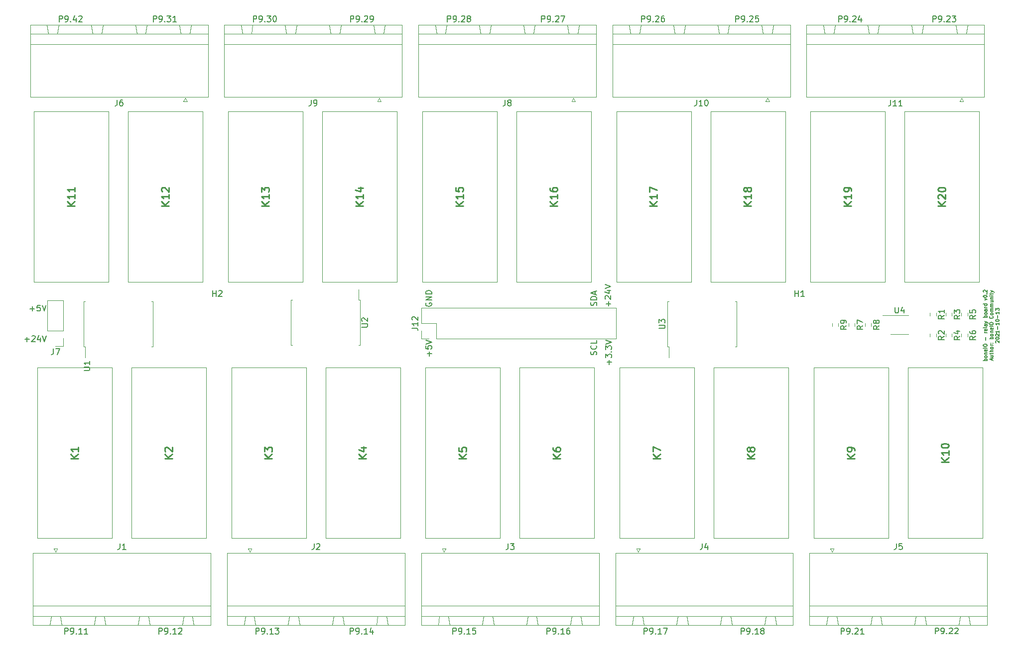
<source format=gbr>
%TF.GenerationSoftware,KiCad,Pcbnew,(5.1.6)-1*%
%TF.CreationDate,2021-10-14T08:46:51+02:00*%
%TF.ProjectId,boneIO - relay board,626f6e65-494f-4202-9d20-72656c617920,rev?*%
%TF.SameCoordinates,Original*%
%TF.FileFunction,Legend,Top*%
%TF.FilePolarity,Positive*%
%FSLAX46Y46*%
G04 Gerber Fmt 4.6, Leading zero omitted, Abs format (unit mm)*
G04 Created by KiCad (PCBNEW (5.1.6)-1) date 2021-10-14 08:46:51*
%MOMM*%
%LPD*%
G01*
G04 APERTURE LIST*
%ADD10C,0.150000*%
%ADD11C,0.140000*%
%ADD12C,0.120000*%
%ADD13C,0.100000*%
%ADD14C,0.254000*%
G04 APERTURE END LIST*
D10*
X290442095Y-317167428D02*
X291204000Y-317167428D01*
X290823047Y-317548380D02*
X290823047Y-316786476D01*
X291632571Y-316643619D02*
X291680190Y-316596000D01*
X291775428Y-316548380D01*
X292013523Y-316548380D01*
X292108761Y-316596000D01*
X292156380Y-316643619D01*
X292204000Y-316738857D01*
X292204000Y-316834095D01*
X292156380Y-316976952D01*
X291584952Y-317548380D01*
X292204000Y-317548380D01*
X293061142Y-316881714D02*
X293061142Y-317548380D01*
X292823047Y-316500761D02*
X292584952Y-317215047D01*
X293204000Y-317215047D01*
X293442095Y-316548380D02*
X293775428Y-317548380D01*
X294108761Y-316548380D01*
X291338285Y-311967428D02*
X292100190Y-311967428D01*
X291719238Y-312348380D02*
X291719238Y-311586476D01*
X293052571Y-311348380D02*
X292576380Y-311348380D01*
X292528761Y-311824571D01*
X292576380Y-311776952D01*
X292671619Y-311729333D01*
X292909714Y-311729333D01*
X293004952Y-311776952D01*
X293052571Y-311824571D01*
X293100190Y-311919809D01*
X293100190Y-312157904D01*
X293052571Y-312253142D01*
X293004952Y-312300761D01*
X292909714Y-312348380D01*
X292671619Y-312348380D01*
X292576380Y-312300761D01*
X292528761Y-312253142D01*
X293385904Y-311348380D02*
X293719238Y-312348380D01*
X294052571Y-311348380D01*
X387619761Y-311422285D02*
X387667380Y-311279428D01*
X387667380Y-311041333D01*
X387619761Y-310946095D01*
X387572142Y-310898476D01*
X387476904Y-310850857D01*
X387381666Y-310850857D01*
X387286428Y-310898476D01*
X387238809Y-310946095D01*
X387191190Y-311041333D01*
X387143571Y-311231809D01*
X387095952Y-311327047D01*
X387048333Y-311374666D01*
X386953095Y-311422285D01*
X386857857Y-311422285D01*
X386762619Y-311374666D01*
X386715000Y-311327047D01*
X386667380Y-311231809D01*
X386667380Y-310993714D01*
X386715000Y-310850857D01*
X387667380Y-310422285D02*
X386667380Y-310422285D01*
X386667380Y-310184190D01*
X386715000Y-310041333D01*
X386810238Y-309946095D01*
X386905476Y-309898476D01*
X387095952Y-309850857D01*
X387238809Y-309850857D01*
X387429285Y-309898476D01*
X387524523Y-309946095D01*
X387619761Y-310041333D01*
X387667380Y-310184190D01*
X387667380Y-310422285D01*
X387381666Y-309469904D02*
X387381666Y-308993714D01*
X387667380Y-309565142D02*
X386667380Y-309231809D01*
X387667380Y-308898476D01*
X389684428Y-311491904D02*
X389684428Y-310730000D01*
X390065380Y-311110952D02*
X389303476Y-311110952D01*
X389160619Y-310301428D02*
X389113000Y-310253809D01*
X389065380Y-310158571D01*
X389065380Y-309920476D01*
X389113000Y-309825238D01*
X389160619Y-309777619D01*
X389255857Y-309730000D01*
X389351095Y-309730000D01*
X389493952Y-309777619D01*
X390065380Y-310349047D01*
X390065380Y-309730000D01*
X389398714Y-308872857D02*
X390065380Y-308872857D01*
X389017761Y-309110952D02*
X389732047Y-309349047D01*
X389732047Y-308730000D01*
X389065380Y-308491904D02*
X390065380Y-308158571D01*
X389065380Y-307825238D01*
X387594761Y-319798476D02*
X387642380Y-319655619D01*
X387642380Y-319417523D01*
X387594761Y-319322285D01*
X387547142Y-319274666D01*
X387451904Y-319227047D01*
X387356666Y-319227047D01*
X387261428Y-319274666D01*
X387213809Y-319322285D01*
X387166190Y-319417523D01*
X387118571Y-319608000D01*
X387070952Y-319703238D01*
X387023333Y-319750857D01*
X386928095Y-319798476D01*
X386832857Y-319798476D01*
X386737619Y-319750857D01*
X386690000Y-319703238D01*
X386642380Y-319608000D01*
X386642380Y-319369904D01*
X386690000Y-319227047D01*
X387547142Y-318227047D02*
X387594761Y-318274666D01*
X387642380Y-318417523D01*
X387642380Y-318512761D01*
X387594761Y-318655619D01*
X387499523Y-318750857D01*
X387404285Y-318798476D01*
X387213809Y-318846095D01*
X387070952Y-318846095D01*
X386880476Y-318798476D01*
X386785238Y-318750857D01*
X386690000Y-318655619D01*
X386642380Y-318512761D01*
X386642380Y-318417523D01*
X386690000Y-318274666D01*
X386737619Y-318227047D01*
X387642380Y-317322285D02*
X387642380Y-317798476D01*
X386642380Y-317798476D01*
X389786428Y-321458000D02*
X389786428Y-320696095D01*
X390167380Y-321077047D02*
X389405476Y-321077047D01*
X389167380Y-320315142D02*
X389167380Y-319696095D01*
X389548333Y-320029428D01*
X389548333Y-319886571D01*
X389595952Y-319791333D01*
X389643571Y-319743714D01*
X389738809Y-319696095D01*
X389976904Y-319696095D01*
X390072142Y-319743714D01*
X390119761Y-319791333D01*
X390167380Y-319886571D01*
X390167380Y-320172285D01*
X390119761Y-320267523D01*
X390072142Y-320315142D01*
X390072142Y-319267523D02*
X390119761Y-319219904D01*
X390167380Y-319267523D01*
X390119761Y-319315142D01*
X390072142Y-319267523D01*
X390167380Y-319267523D01*
X389167380Y-318886571D02*
X389167380Y-318267523D01*
X389548333Y-318600857D01*
X389548333Y-318458000D01*
X389595952Y-318362761D01*
X389643571Y-318315142D01*
X389738809Y-318267523D01*
X389976904Y-318267523D01*
X390072142Y-318315142D01*
X390119761Y-318362761D01*
X390167380Y-318458000D01*
X390167380Y-318743714D01*
X390119761Y-318838952D01*
X390072142Y-318886571D01*
X389167380Y-317981809D02*
X390167380Y-317648476D01*
X389167380Y-317315142D01*
X297236428Y-367320380D02*
X297236428Y-366320380D01*
X297617380Y-366320380D01*
X297712619Y-366368000D01*
X297760238Y-366415619D01*
X297807857Y-366510857D01*
X297807857Y-366653714D01*
X297760238Y-366748952D01*
X297712619Y-366796571D01*
X297617380Y-366844190D01*
X297236428Y-366844190D01*
X298284047Y-367320380D02*
X298474523Y-367320380D01*
X298569761Y-367272761D01*
X298617380Y-367225142D01*
X298712619Y-367082285D01*
X298760238Y-366891809D01*
X298760238Y-366510857D01*
X298712619Y-366415619D01*
X298665000Y-366368000D01*
X298569761Y-366320380D01*
X298379285Y-366320380D01*
X298284047Y-366368000D01*
X298236428Y-366415619D01*
X298188809Y-366510857D01*
X298188809Y-366748952D01*
X298236428Y-366844190D01*
X298284047Y-366891809D01*
X298379285Y-366939428D01*
X298569761Y-366939428D01*
X298665000Y-366891809D01*
X298712619Y-366844190D01*
X298760238Y-366748952D01*
X299188809Y-367225142D02*
X299236428Y-367272761D01*
X299188809Y-367320380D01*
X299141190Y-367272761D01*
X299188809Y-367225142D01*
X299188809Y-367320380D01*
X300188809Y-367320380D02*
X299617380Y-367320380D01*
X299903095Y-367320380D02*
X299903095Y-366320380D01*
X299807857Y-366463238D01*
X299712619Y-366558476D01*
X299617380Y-366606095D01*
X301141190Y-367320380D02*
X300569761Y-367320380D01*
X300855476Y-367320380D02*
X300855476Y-366320380D01*
X300760238Y-366463238D01*
X300665000Y-366558476D01*
X300569761Y-366606095D01*
X313236428Y-367320380D02*
X313236428Y-366320380D01*
X313617380Y-366320380D01*
X313712619Y-366368000D01*
X313760238Y-366415619D01*
X313807857Y-366510857D01*
X313807857Y-366653714D01*
X313760238Y-366748952D01*
X313712619Y-366796571D01*
X313617380Y-366844190D01*
X313236428Y-366844190D01*
X314284047Y-367320380D02*
X314474523Y-367320380D01*
X314569761Y-367272761D01*
X314617380Y-367225142D01*
X314712619Y-367082285D01*
X314760238Y-366891809D01*
X314760238Y-366510857D01*
X314712619Y-366415619D01*
X314665000Y-366368000D01*
X314569761Y-366320380D01*
X314379285Y-366320380D01*
X314284047Y-366368000D01*
X314236428Y-366415619D01*
X314188809Y-366510857D01*
X314188809Y-366748952D01*
X314236428Y-366844190D01*
X314284047Y-366891809D01*
X314379285Y-366939428D01*
X314569761Y-366939428D01*
X314665000Y-366891809D01*
X314712619Y-366844190D01*
X314760238Y-366748952D01*
X315188809Y-367225142D02*
X315236428Y-367272761D01*
X315188809Y-367320380D01*
X315141190Y-367272761D01*
X315188809Y-367225142D01*
X315188809Y-367320380D01*
X316188809Y-367320380D02*
X315617380Y-367320380D01*
X315903095Y-367320380D02*
X315903095Y-366320380D01*
X315807857Y-366463238D01*
X315712619Y-366558476D01*
X315617380Y-366606095D01*
X316569761Y-366415619D02*
X316617380Y-366368000D01*
X316712619Y-366320380D01*
X316950714Y-366320380D01*
X317045952Y-366368000D01*
X317093571Y-366415619D01*
X317141190Y-366510857D01*
X317141190Y-366606095D01*
X317093571Y-366748952D01*
X316522142Y-367320380D01*
X317141190Y-367320380D01*
X329711428Y-367320380D02*
X329711428Y-366320380D01*
X330092380Y-366320380D01*
X330187619Y-366368000D01*
X330235238Y-366415619D01*
X330282857Y-366510857D01*
X330282857Y-366653714D01*
X330235238Y-366748952D01*
X330187619Y-366796571D01*
X330092380Y-366844190D01*
X329711428Y-366844190D01*
X330759047Y-367320380D02*
X330949523Y-367320380D01*
X331044761Y-367272761D01*
X331092380Y-367225142D01*
X331187619Y-367082285D01*
X331235238Y-366891809D01*
X331235238Y-366510857D01*
X331187619Y-366415619D01*
X331140000Y-366368000D01*
X331044761Y-366320380D01*
X330854285Y-366320380D01*
X330759047Y-366368000D01*
X330711428Y-366415619D01*
X330663809Y-366510857D01*
X330663809Y-366748952D01*
X330711428Y-366844190D01*
X330759047Y-366891809D01*
X330854285Y-366939428D01*
X331044761Y-366939428D01*
X331140000Y-366891809D01*
X331187619Y-366844190D01*
X331235238Y-366748952D01*
X331663809Y-367225142D02*
X331711428Y-367272761D01*
X331663809Y-367320380D01*
X331616190Y-367272761D01*
X331663809Y-367225142D01*
X331663809Y-367320380D01*
X332663809Y-367320380D02*
X332092380Y-367320380D01*
X332378095Y-367320380D02*
X332378095Y-366320380D01*
X332282857Y-366463238D01*
X332187619Y-366558476D01*
X332092380Y-366606095D01*
X332997142Y-366320380D02*
X333616190Y-366320380D01*
X333282857Y-366701333D01*
X333425714Y-366701333D01*
X333520952Y-366748952D01*
X333568571Y-366796571D01*
X333616190Y-366891809D01*
X333616190Y-367129904D01*
X333568571Y-367225142D01*
X333520952Y-367272761D01*
X333425714Y-367320380D01*
X333140000Y-367320380D01*
X333044761Y-367272761D01*
X332997142Y-367225142D01*
X345761428Y-367320380D02*
X345761428Y-366320380D01*
X346142380Y-366320380D01*
X346237619Y-366368000D01*
X346285238Y-366415619D01*
X346332857Y-366510857D01*
X346332857Y-366653714D01*
X346285238Y-366748952D01*
X346237619Y-366796571D01*
X346142380Y-366844190D01*
X345761428Y-366844190D01*
X346809047Y-367320380D02*
X346999523Y-367320380D01*
X347094761Y-367272761D01*
X347142380Y-367225142D01*
X347237619Y-367082285D01*
X347285238Y-366891809D01*
X347285238Y-366510857D01*
X347237619Y-366415619D01*
X347190000Y-366368000D01*
X347094761Y-366320380D01*
X346904285Y-366320380D01*
X346809047Y-366368000D01*
X346761428Y-366415619D01*
X346713809Y-366510857D01*
X346713809Y-366748952D01*
X346761428Y-366844190D01*
X346809047Y-366891809D01*
X346904285Y-366939428D01*
X347094761Y-366939428D01*
X347190000Y-366891809D01*
X347237619Y-366844190D01*
X347285238Y-366748952D01*
X347713809Y-367225142D02*
X347761428Y-367272761D01*
X347713809Y-367320380D01*
X347666190Y-367272761D01*
X347713809Y-367225142D01*
X347713809Y-367320380D01*
X348713809Y-367320380D02*
X348142380Y-367320380D01*
X348428095Y-367320380D02*
X348428095Y-366320380D01*
X348332857Y-366463238D01*
X348237619Y-366558476D01*
X348142380Y-366606095D01*
X349570952Y-366653714D02*
X349570952Y-367320380D01*
X349332857Y-366272761D02*
X349094761Y-366987047D01*
X349713809Y-366987047D01*
X363211428Y-367320380D02*
X363211428Y-366320380D01*
X363592380Y-366320380D01*
X363687619Y-366368000D01*
X363735238Y-366415619D01*
X363782857Y-366510857D01*
X363782857Y-366653714D01*
X363735238Y-366748952D01*
X363687619Y-366796571D01*
X363592380Y-366844190D01*
X363211428Y-366844190D01*
X364259047Y-367320380D02*
X364449523Y-367320380D01*
X364544761Y-367272761D01*
X364592380Y-367225142D01*
X364687619Y-367082285D01*
X364735238Y-366891809D01*
X364735238Y-366510857D01*
X364687619Y-366415619D01*
X364640000Y-366368000D01*
X364544761Y-366320380D01*
X364354285Y-366320380D01*
X364259047Y-366368000D01*
X364211428Y-366415619D01*
X364163809Y-366510857D01*
X364163809Y-366748952D01*
X364211428Y-366844190D01*
X364259047Y-366891809D01*
X364354285Y-366939428D01*
X364544761Y-366939428D01*
X364640000Y-366891809D01*
X364687619Y-366844190D01*
X364735238Y-366748952D01*
X365163809Y-367225142D02*
X365211428Y-367272761D01*
X365163809Y-367320380D01*
X365116190Y-367272761D01*
X365163809Y-367225142D01*
X365163809Y-367320380D01*
X366163809Y-367320380D02*
X365592380Y-367320380D01*
X365878095Y-367320380D02*
X365878095Y-366320380D01*
X365782857Y-366463238D01*
X365687619Y-366558476D01*
X365592380Y-366606095D01*
X367068571Y-366320380D02*
X366592380Y-366320380D01*
X366544761Y-366796571D01*
X366592380Y-366748952D01*
X366687619Y-366701333D01*
X366925714Y-366701333D01*
X367020952Y-366748952D01*
X367068571Y-366796571D01*
X367116190Y-366891809D01*
X367116190Y-367129904D01*
X367068571Y-367225142D01*
X367020952Y-367272761D01*
X366925714Y-367320380D01*
X366687619Y-367320380D01*
X366592380Y-367272761D01*
X366544761Y-367225142D01*
X379211428Y-367320380D02*
X379211428Y-366320380D01*
X379592380Y-366320380D01*
X379687619Y-366368000D01*
X379735238Y-366415619D01*
X379782857Y-366510857D01*
X379782857Y-366653714D01*
X379735238Y-366748952D01*
X379687619Y-366796571D01*
X379592380Y-366844190D01*
X379211428Y-366844190D01*
X380259047Y-367320380D02*
X380449523Y-367320380D01*
X380544761Y-367272761D01*
X380592380Y-367225142D01*
X380687619Y-367082285D01*
X380735238Y-366891809D01*
X380735238Y-366510857D01*
X380687619Y-366415619D01*
X380640000Y-366368000D01*
X380544761Y-366320380D01*
X380354285Y-366320380D01*
X380259047Y-366368000D01*
X380211428Y-366415619D01*
X380163809Y-366510857D01*
X380163809Y-366748952D01*
X380211428Y-366844190D01*
X380259047Y-366891809D01*
X380354285Y-366939428D01*
X380544761Y-366939428D01*
X380640000Y-366891809D01*
X380687619Y-366844190D01*
X380735238Y-366748952D01*
X381163809Y-367225142D02*
X381211428Y-367272761D01*
X381163809Y-367320380D01*
X381116190Y-367272761D01*
X381163809Y-367225142D01*
X381163809Y-367320380D01*
X382163809Y-367320380D02*
X381592380Y-367320380D01*
X381878095Y-367320380D02*
X381878095Y-366320380D01*
X381782857Y-366463238D01*
X381687619Y-366558476D01*
X381592380Y-366606095D01*
X383020952Y-366320380D02*
X382830476Y-366320380D01*
X382735238Y-366368000D01*
X382687619Y-366415619D01*
X382592380Y-366558476D01*
X382544761Y-366748952D01*
X382544761Y-367129904D01*
X382592380Y-367225142D01*
X382640000Y-367272761D01*
X382735238Y-367320380D01*
X382925714Y-367320380D01*
X383020952Y-367272761D01*
X383068571Y-367225142D01*
X383116190Y-367129904D01*
X383116190Y-366891809D01*
X383068571Y-366796571D01*
X383020952Y-366748952D01*
X382925714Y-366701333D01*
X382735238Y-366701333D01*
X382640000Y-366748952D01*
X382592380Y-366796571D01*
X382544761Y-366891809D01*
X395711428Y-367320380D02*
X395711428Y-366320380D01*
X396092380Y-366320380D01*
X396187619Y-366368000D01*
X396235238Y-366415619D01*
X396282857Y-366510857D01*
X396282857Y-366653714D01*
X396235238Y-366748952D01*
X396187619Y-366796571D01*
X396092380Y-366844190D01*
X395711428Y-366844190D01*
X396759047Y-367320380D02*
X396949523Y-367320380D01*
X397044761Y-367272761D01*
X397092380Y-367225142D01*
X397187619Y-367082285D01*
X397235238Y-366891809D01*
X397235238Y-366510857D01*
X397187619Y-366415619D01*
X397140000Y-366368000D01*
X397044761Y-366320380D01*
X396854285Y-366320380D01*
X396759047Y-366368000D01*
X396711428Y-366415619D01*
X396663809Y-366510857D01*
X396663809Y-366748952D01*
X396711428Y-366844190D01*
X396759047Y-366891809D01*
X396854285Y-366939428D01*
X397044761Y-366939428D01*
X397140000Y-366891809D01*
X397187619Y-366844190D01*
X397235238Y-366748952D01*
X397663809Y-367225142D02*
X397711428Y-367272761D01*
X397663809Y-367320380D01*
X397616190Y-367272761D01*
X397663809Y-367225142D01*
X397663809Y-367320380D01*
X398663809Y-367320380D02*
X398092380Y-367320380D01*
X398378095Y-367320380D02*
X398378095Y-366320380D01*
X398282857Y-366463238D01*
X398187619Y-366558476D01*
X398092380Y-366606095D01*
X398997142Y-366320380D02*
X399663809Y-366320380D01*
X399235238Y-367320380D01*
X412211428Y-367345380D02*
X412211428Y-366345380D01*
X412592380Y-366345380D01*
X412687619Y-366393000D01*
X412735238Y-366440619D01*
X412782857Y-366535857D01*
X412782857Y-366678714D01*
X412735238Y-366773952D01*
X412687619Y-366821571D01*
X412592380Y-366869190D01*
X412211428Y-366869190D01*
X413259047Y-367345380D02*
X413449523Y-367345380D01*
X413544761Y-367297761D01*
X413592380Y-367250142D01*
X413687619Y-367107285D01*
X413735238Y-366916809D01*
X413735238Y-366535857D01*
X413687619Y-366440619D01*
X413640000Y-366393000D01*
X413544761Y-366345380D01*
X413354285Y-366345380D01*
X413259047Y-366393000D01*
X413211428Y-366440619D01*
X413163809Y-366535857D01*
X413163809Y-366773952D01*
X413211428Y-366869190D01*
X413259047Y-366916809D01*
X413354285Y-366964428D01*
X413544761Y-366964428D01*
X413640000Y-366916809D01*
X413687619Y-366869190D01*
X413735238Y-366773952D01*
X414163809Y-367250142D02*
X414211428Y-367297761D01*
X414163809Y-367345380D01*
X414116190Y-367297761D01*
X414163809Y-367250142D01*
X414163809Y-367345380D01*
X415163809Y-367345380D02*
X414592380Y-367345380D01*
X414878095Y-367345380D02*
X414878095Y-366345380D01*
X414782857Y-366488238D01*
X414687619Y-366583476D01*
X414592380Y-366631095D01*
X415735238Y-366773952D02*
X415640000Y-366726333D01*
X415592380Y-366678714D01*
X415544761Y-366583476D01*
X415544761Y-366535857D01*
X415592380Y-366440619D01*
X415640000Y-366393000D01*
X415735238Y-366345380D01*
X415925714Y-366345380D01*
X416020952Y-366393000D01*
X416068571Y-366440619D01*
X416116190Y-366535857D01*
X416116190Y-366583476D01*
X416068571Y-366678714D01*
X416020952Y-366726333D01*
X415925714Y-366773952D01*
X415735238Y-366773952D01*
X415640000Y-366821571D01*
X415592380Y-366869190D01*
X415544761Y-366964428D01*
X415544761Y-367154904D01*
X415592380Y-367250142D01*
X415640000Y-367297761D01*
X415735238Y-367345380D01*
X415925714Y-367345380D01*
X416020952Y-367297761D01*
X416068571Y-367250142D01*
X416116190Y-367154904D01*
X416116190Y-366964428D01*
X416068571Y-366869190D01*
X416020952Y-366821571D01*
X415925714Y-366773952D01*
X429186428Y-367345380D02*
X429186428Y-366345380D01*
X429567380Y-366345380D01*
X429662619Y-366393000D01*
X429710238Y-366440619D01*
X429757857Y-366535857D01*
X429757857Y-366678714D01*
X429710238Y-366773952D01*
X429662619Y-366821571D01*
X429567380Y-366869190D01*
X429186428Y-366869190D01*
X430234047Y-367345380D02*
X430424523Y-367345380D01*
X430519761Y-367297761D01*
X430567380Y-367250142D01*
X430662619Y-367107285D01*
X430710238Y-366916809D01*
X430710238Y-366535857D01*
X430662619Y-366440619D01*
X430615000Y-366393000D01*
X430519761Y-366345380D01*
X430329285Y-366345380D01*
X430234047Y-366393000D01*
X430186428Y-366440619D01*
X430138809Y-366535857D01*
X430138809Y-366773952D01*
X430186428Y-366869190D01*
X430234047Y-366916809D01*
X430329285Y-366964428D01*
X430519761Y-366964428D01*
X430615000Y-366916809D01*
X430662619Y-366869190D01*
X430710238Y-366773952D01*
X431138809Y-367250142D02*
X431186428Y-367297761D01*
X431138809Y-367345380D01*
X431091190Y-367297761D01*
X431138809Y-367250142D01*
X431138809Y-367345380D01*
X431567380Y-366440619D02*
X431615000Y-366393000D01*
X431710238Y-366345380D01*
X431948333Y-366345380D01*
X432043571Y-366393000D01*
X432091190Y-366440619D01*
X432138809Y-366535857D01*
X432138809Y-366631095D01*
X432091190Y-366773952D01*
X431519761Y-367345380D01*
X432138809Y-367345380D01*
X433091190Y-367345380D02*
X432519761Y-367345380D01*
X432805476Y-367345380D02*
X432805476Y-366345380D01*
X432710238Y-366488238D01*
X432615000Y-366583476D01*
X432519761Y-366631095D01*
X445211428Y-367295380D02*
X445211428Y-366295380D01*
X445592380Y-366295380D01*
X445687619Y-366343000D01*
X445735238Y-366390619D01*
X445782857Y-366485857D01*
X445782857Y-366628714D01*
X445735238Y-366723952D01*
X445687619Y-366771571D01*
X445592380Y-366819190D01*
X445211428Y-366819190D01*
X446259047Y-367295380D02*
X446449523Y-367295380D01*
X446544761Y-367247761D01*
X446592380Y-367200142D01*
X446687619Y-367057285D01*
X446735238Y-366866809D01*
X446735238Y-366485857D01*
X446687619Y-366390619D01*
X446640000Y-366343000D01*
X446544761Y-366295380D01*
X446354285Y-366295380D01*
X446259047Y-366343000D01*
X446211428Y-366390619D01*
X446163809Y-366485857D01*
X446163809Y-366723952D01*
X446211428Y-366819190D01*
X446259047Y-366866809D01*
X446354285Y-366914428D01*
X446544761Y-366914428D01*
X446640000Y-366866809D01*
X446687619Y-366819190D01*
X446735238Y-366723952D01*
X447163809Y-367200142D02*
X447211428Y-367247761D01*
X447163809Y-367295380D01*
X447116190Y-367247761D01*
X447163809Y-367200142D01*
X447163809Y-367295380D01*
X447592380Y-366390619D02*
X447640000Y-366343000D01*
X447735238Y-366295380D01*
X447973333Y-366295380D01*
X448068571Y-366343000D01*
X448116190Y-366390619D01*
X448163809Y-366485857D01*
X448163809Y-366581095D01*
X448116190Y-366723952D01*
X447544761Y-367295380D01*
X448163809Y-367295380D01*
X448544761Y-366390619D02*
X448592380Y-366343000D01*
X448687619Y-366295380D01*
X448925714Y-366295380D01*
X449020952Y-366343000D01*
X449068571Y-366390619D01*
X449116190Y-366485857D01*
X449116190Y-366581095D01*
X449068571Y-366723952D01*
X448497142Y-367295380D01*
X449116190Y-367295380D01*
X444786428Y-263100380D02*
X444786428Y-262100380D01*
X445167380Y-262100380D01*
X445262619Y-262148000D01*
X445310238Y-262195619D01*
X445357857Y-262290857D01*
X445357857Y-262433714D01*
X445310238Y-262528952D01*
X445262619Y-262576571D01*
X445167380Y-262624190D01*
X444786428Y-262624190D01*
X445834047Y-263100380D02*
X446024523Y-263100380D01*
X446119761Y-263052761D01*
X446167380Y-263005142D01*
X446262619Y-262862285D01*
X446310238Y-262671809D01*
X446310238Y-262290857D01*
X446262619Y-262195619D01*
X446215000Y-262148000D01*
X446119761Y-262100380D01*
X445929285Y-262100380D01*
X445834047Y-262148000D01*
X445786428Y-262195619D01*
X445738809Y-262290857D01*
X445738809Y-262528952D01*
X445786428Y-262624190D01*
X445834047Y-262671809D01*
X445929285Y-262719428D01*
X446119761Y-262719428D01*
X446215000Y-262671809D01*
X446262619Y-262624190D01*
X446310238Y-262528952D01*
X446738809Y-263005142D02*
X446786428Y-263052761D01*
X446738809Y-263100380D01*
X446691190Y-263052761D01*
X446738809Y-263005142D01*
X446738809Y-263100380D01*
X447167380Y-262195619D02*
X447215000Y-262148000D01*
X447310238Y-262100380D01*
X447548333Y-262100380D01*
X447643571Y-262148000D01*
X447691190Y-262195619D01*
X447738809Y-262290857D01*
X447738809Y-262386095D01*
X447691190Y-262528952D01*
X447119761Y-263100380D01*
X447738809Y-263100380D01*
X448072142Y-262100380D02*
X448691190Y-262100380D01*
X448357857Y-262481333D01*
X448500714Y-262481333D01*
X448595952Y-262528952D01*
X448643571Y-262576571D01*
X448691190Y-262671809D01*
X448691190Y-262909904D01*
X448643571Y-263005142D01*
X448595952Y-263052761D01*
X448500714Y-263100380D01*
X448215000Y-263100380D01*
X448119761Y-263052761D01*
X448072142Y-263005142D01*
X428786428Y-263100380D02*
X428786428Y-262100380D01*
X429167380Y-262100380D01*
X429262619Y-262148000D01*
X429310238Y-262195619D01*
X429357857Y-262290857D01*
X429357857Y-262433714D01*
X429310238Y-262528952D01*
X429262619Y-262576571D01*
X429167380Y-262624190D01*
X428786428Y-262624190D01*
X429834047Y-263100380D02*
X430024523Y-263100380D01*
X430119761Y-263052761D01*
X430167380Y-263005142D01*
X430262619Y-262862285D01*
X430310238Y-262671809D01*
X430310238Y-262290857D01*
X430262619Y-262195619D01*
X430215000Y-262148000D01*
X430119761Y-262100380D01*
X429929285Y-262100380D01*
X429834047Y-262148000D01*
X429786428Y-262195619D01*
X429738809Y-262290857D01*
X429738809Y-262528952D01*
X429786428Y-262624190D01*
X429834047Y-262671809D01*
X429929285Y-262719428D01*
X430119761Y-262719428D01*
X430215000Y-262671809D01*
X430262619Y-262624190D01*
X430310238Y-262528952D01*
X430738809Y-263005142D02*
X430786428Y-263052761D01*
X430738809Y-263100380D01*
X430691190Y-263052761D01*
X430738809Y-263005142D01*
X430738809Y-263100380D01*
X431167380Y-262195619D02*
X431215000Y-262148000D01*
X431310238Y-262100380D01*
X431548333Y-262100380D01*
X431643571Y-262148000D01*
X431691190Y-262195619D01*
X431738809Y-262290857D01*
X431738809Y-262386095D01*
X431691190Y-262528952D01*
X431119761Y-263100380D01*
X431738809Y-263100380D01*
X432595952Y-262433714D02*
X432595952Y-263100380D01*
X432357857Y-262052761D02*
X432119761Y-262767047D01*
X432738809Y-262767047D01*
X411286428Y-263100380D02*
X411286428Y-262100380D01*
X411667380Y-262100380D01*
X411762619Y-262148000D01*
X411810238Y-262195619D01*
X411857857Y-262290857D01*
X411857857Y-262433714D01*
X411810238Y-262528952D01*
X411762619Y-262576571D01*
X411667380Y-262624190D01*
X411286428Y-262624190D01*
X412334047Y-263100380D02*
X412524523Y-263100380D01*
X412619761Y-263052761D01*
X412667380Y-263005142D01*
X412762619Y-262862285D01*
X412810238Y-262671809D01*
X412810238Y-262290857D01*
X412762619Y-262195619D01*
X412715000Y-262148000D01*
X412619761Y-262100380D01*
X412429285Y-262100380D01*
X412334047Y-262148000D01*
X412286428Y-262195619D01*
X412238809Y-262290857D01*
X412238809Y-262528952D01*
X412286428Y-262624190D01*
X412334047Y-262671809D01*
X412429285Y-262719428D01*
X412619761Y-262719428D01*
X412715000Y-262671809D01*
X412762619Y-262624190D01*
X412810238Y-262528952D01*
X413238809Y-263005142D02*
X413286428Y-263052761D01*
X413238809Y-263100380D01*
X413191190Y-263052761D01*
X413238809Y-263005142D01*
X413238809Y-263100380D01*
X413667380Y-262195619D02*
X413715000Y-262148000D01*
X413810238Y-262100380D01*
X414048333Y-262100380D01*
X414143571Y-262148000D01*
X414191190Y-262195619D01*
X414238809Y-262290857D01*
X414238809Y-262386095D01*
X414191190Y-262528952D01*
X413619761Y-263100380D01*
X414238809Y-263100380D01*
X415143571Y-262100380D02*
X414667380Y-262100380D01*
X414619761Y-262576571D01*
X414667380Y-262528952D01*
X414762619Y-262481333D01*
X415000714Y-262481333D01*
X415095952Y-262528952D01*
X415143571Y-262576571D01*
X415191190Y-262671809D01*
X415191190Y-262909904D01*
X415143571Y-263005142D01*
X415095952Y-263052761D01*
X415000714Y-263100380D01*
X414762619Y-263100380D01*
X414667380Y-263052761D01*
X414619761Y-263005142D01*
X395286428Y-263100380D02*
X395286428Y-262100380D01*
X395667380Y-262100380D01*
X395762619Y-262148000D01*
X395810238Y-262195619D01*
X395857857Y-262290857D01*
X395857857Y-262433714D01*
X395810238Y-262528952D01*
X395762619Y-262576571D01*
X395667380Y-262624190D01*
X395286428Y-262624190D01*
X396334047Y-263100380D02*
X396524523Y-263100380D01*
X396619761Y-263052761D01*
X396667380Y-263005142D01*
X396762619Y-262862285D01*
X396810238Y-262671809D01*
X396810238Y-262290857D01*
X396762619Y-262195619D01*
X396715000Y-262148000D01*
X396619761Y-262100380D01*
X396429285Y-262100380D01*
X396334047Y-262148000D01*
X396286428Y-262195619D01*
X396238809Y-262290857D01*
X396238809Y-262528952D01*
X396286428Y-262624190D01*
X396334047Y-262671809D01*
X396429285Y-262719428D01*
X396619761Y-262719428D01*
X396715000Y-262671809D01*
X396762619Y-262624190D01*
X396810238Y-262528952D01*
X397238809Y-263005142D02*
X397286428Y-263052761D01*
X397238809Y-263100380D01*
X397191190Y-263052761D01*
X397238809Y-263005142D01*
X397238809Y-263100380D01*
X397667380Y-262195619D02*
X397715000Y-262148000D01*
X397810238Y-262100380D01*
X398048333Y-262100380D01*
X398143571Y-262148000D01*
X398191190Y-262195619D01*
X398238809Y-262290857D01*
X398238809Y-262386095D01*
X398191190Y-262528952D01*
X397619761Y-263100380D01*
X398238809Y-263100380D01*
X399095952Y-262100380D02*
X398905476Y-262100380D01*
X398810238Y-262148000D01*
X398762619Y-262195619D01*
X398667380Y-262338476D01*
X398619761Y-262528952D01*
X398619761Y-262909904D01*
X398667380Y-263005142D01*
X398715000Y-263052761D01*
X398810238Y-263100380D01*
X399000714Y-263100380D01*
X399095952Y-263052761D01*
X399143571Y-263005142D01*
X399191190Y-262909904D01*
X399191190Y-262671809D01*
X399143571Y-262576571D01*
X399095952Y-262528952D01*
X399000714Y-262481333D01*
X398810238Y-262481333D01*
X398715000Y-262528952D01*
X398667380Y-262576571D01*
X398619761Y-262671809D01*
X378286428Y-263100380D02*
X378286428Y-262100380D01*
X378667380Y-262100380D01*
X378762619Y-262148000D01*
X378810238Y-262195619D01*
X378857857Y-262290857D01*
X378857857Y-262433714D01*
X378810238Y-262528952D01*
X378762619Y-262576571D01*
X378667380Y-262624190D01*
X378286428Y-262624190D01*
X379334047Y-263100380D02*
X379524523Y-263100380D01*
X379619761Y-263052761D01*
X379667380Y-263005142D01*
X379762619Y-262862285D01*
X379810238Y-262671809D01*
X379810238Y-262290857D01*
X379762619Y-262195619D01*
X379715000Y-262148000D01*
X379619761Y-262100380D01*
X379429285Y-262100380D01*
X379334047Y-262148000D01*
X379286428Y-262195619D01*
X379238809Y-262290857D01*
X379238809Y-262528952D01*
X379286428Y-262624190D01*
X379334047Y-262671809D01*
X379429285Y-262719428D01*
X379619761Y-262719428D01*
X379715000Y-262671809D01*
X379762619Y-262624190D01*
X379810238Y-262528952D01*
X380238809Y-263005142D02*
X380286428Y-263052761D01*
X380238809Y-263100380D01*
X380191190Y-263052761D01*
X380238809Y-263005142D01*
X380238809Y-263100380D01*
X380667380Y-262195619D02*
X380715000Y-262148000D01*
X380810238Y-262100380D01*
X381048333Y-262100380D01*
X381143571Y-262148000D01*
X381191190Y-262195619D01*
X381238809Y-262290857D01*
X381238809Y-262386095D01*
X381191190Y-262528952D01*
X380619761Y-263100380D01*
X381238809Y-263100380D01*
X381572142Y-262100380D02*
X382238809Y-262100380D01*
X381810238Y-263100380D01*
X362286428Y-263100380D02*
X362286428Y-262100380D01*
X362667380Y-262100380D01*
X362762619Y-262148000D01*
X362810238Y-262195619D01*
X362857857Y-262290857D01*
X362857857Y-262433714D01*
X362810238Y-262528952D01*
X362762619Y-262576571D01*
X362667380Y-262624190D01*
X362286428Y-262624190D01*
X363334047Y-263100380D02*
X363524523Y-263100380D01*
X363619761Y-263052761D01*
X363667380Y-263005142D01*
X363762619Y-262862285D01*
X363810238Y-262671809D01*
X363810238Y-262290857D01*
X363762619Y-262195619D01*
X363715000Y-262148000D01*
X363619761Y-262100380D01*
X363429285Y-262100380D01*
X363334047Y-262148000D01*
X363286428Y-262195619D01*
X363238809Y-262290857D01*
X363238809Y-262528952D01*
X363286428Y-262624190D01*
X363334047Y-262671809D01*
X363429285Y-262719428D01*
X363619761Y-262719428D01*
X363715000Y-262671809D01*
X363762619Y-262624190D01*
X363810238Y-262528952D01*
X364238809Y-263005142D02*
X364286428Y-263052761D01*
X364238809Y-263100380D01*
X364191190Y-263052761D01*
X364238809Y-263005142D01*
X364238809Y-263100380D01*
X364667380Y-262195619D02*
X364715000Y-262148000D01*
X364810238Y-262100380D01*
X365048333Y-262100380D01*
X365143571Y-262148000D01*
X365191190Y-262195619D01*
X365238809Y-262290857D01*
X365238809Y-262386095D01*
X365191190Y-262528952D01*
X364619761Y-263100380D01*
X365238809Y-263100380D01*
X365810238Y-262528952D02*
X365715000Y-262481333D01*
X365667380Y-262433714D01*
X365619761Y-262338476D01*
X365619761Y-262290857D01*
X365667380Y-262195619D01*
X365715000Y-262148000D01*
X365810238Y-262100380D01*
X366000714Y-262100380D01*
X366095952Y-262148000D01*
X366143571Y-262195619D01*
X366191190Y-262290857D01*
X366191190Y-262338476D01*
X366143571Y-262433714D01*
X366095952Y-262481333D01*
X366000714Y-262528952D01*
X365810238Y-262528952D01*
X365715000Y-262576571D01*
X365667380Y-262624190D01*
X365619761Y-262719428D01*
X365619761Y-262909904D01*
X365667380Y-263005142D01*
X365715000Y-263052761D01*
X365810238Y-263100380D01*
X366000714Y-263100380D01*
X366095952Y-263052761D01*
X366143571Y-263005142D01*
X366191190Y-262909904D01*
X366191190Y-262719428D01*
X366143571Y-262624190D01*
X366095952Y-262576571D01*
X366000714Y-262528952D01*
X345786428Y-263100380D02*
X345786428Y-262100380D01*
X346167380Y-262100380D01*
X346262619Y-262148000D01*
X346310238Y-262195619D01*
X346357857Y-262290857D01*
X346357857Y-262433714D01*
X346310238Y-262528952D01*
X346262619Y-262576571D01*
X346167380Y-262624190D01*
X345786428Y-262624190D01*
X346834047Y-263100380D02*
X347024523Y-263100380D01*
X347119761Y-263052761D01*
X347167380Y-263005142D01*
X347262619Y-262862285D01*
X347310238Y-262671809D01*
X347310238Y-262290857D01*
X347262619Y-262195619D01*
X347215000Y-262148000D01*
X347119761Y-262100380D01*
X346929285Y-262100380D01*
X346834047Y-262148000D01*
X346786428Y-262195619D01*
X346738809Y-262290857D01*
X346738809Y-262528952D01*
X346786428Y-262624190D01*
X346834047Y-262671809D01*
X346929285Y-262719428D01*
X347119761Y-262719428D01*
X347215000Y-262671809D01*
X347262619Y-262624190D01*
X347310238Y-262528952D01*
X347738809Y-263005142D02*
X347786428Y-263052761D01*
X347738809Y-263100380D01*
X347691190Y-263052761D01*
X347738809Y-263005142D01*
X347738809Y-263100380D01*
X348167380Y-262195619D02*
X348215000Y-262148000D01*
X348310238Y-262100380D01*
X348548333Y-262100380D01*
X348643571Y-262148000D01*
X348691190Y-262195619D01*
X348738809Y-262290857D01*
X348738809Y-262386095D01*
X348691190Y-262528952D01*
X348119761Y-263100380D01*
X348738809Y-263100380D01*
X349215000Y-263100380D02*
X349405476Y-263100380D01*
X349500714Y-263052761D01*
X349548333Y-263005142D01*
X349643571Y-262862285D01*
X349691190Y-262671809D01*
X349691190Y-262290857D01*
X349643571Y-262195619D01*
X349595952Y-262148000D01*
X349500714Y-262100380D01*
X349310238Y-262100380D01*
X349215000Y-262148000D01*
X349167380Y-262195619D01*
X349119761Y-262290857D01*
X349119761Y-262528952D01*
X349167380Y-262624190D01*
X349215000Y-262671809D01*
X349310238Y-262719428D01*
X349500714Y-262719428D01*
X349595952Y-262671809D01*
X349643571Y-262624190D01*
X349691190Y-262528952D01*
X329286428Y-263100380D02*
X329286428Y-262100380D01*
X329667380Y-262100380D01*
X329762619Y-262148000D01*
X329810238Y-262195619D01*
X329857857Y-262290857D01*
X329857857Y-262433714D01*
X329810238Y-262528952D01*
X329762619Y-262576571D01*
X329667380Y-262624190D01*
X329286428Y-262624190D01*
X330334047Y-263100380D02*
X330524523Y-263100380D01*
X330619761Y-263052761D01*
X330667380Y-263005142D01*
X330762619Y-262862285D01*
X330810238Y-262671809D01*
X330810238Y-262290857D01*
X330762619Y-262195619D01*
X330715000Y-262148000D01*
X330619761Y-262100380D01*
X330429285Y-262100380D01*
X330334047Y-262148000D01*
X330286428Y-262195619D01*
X330238809Y-262290857D01*
X330238809Y-262528952D01*
X330286428Y-262624190D01*
X330334047Y-262671809D01*
X330429285Y-262719428D01*
X330619761Y-262719428D01*
X330715000Y-262671809D01*
X330762619Y-262624190D01*
X330810238Y-262528952D01*
X331238809Y-263005142D02*
X331286428Y-263052761D01*
X331238809Y-263100380D01*
X331191190Y-263052761D01*
X331238809Y-263005142D01*
X331238809Y-263100380D01*
X331619761Y-262100380D02*
X332238809Y-262100380D01*
X331905476Y-262481333D01*
X332048333Y-262481333D01*
X332143571Y-262528952D01*
X332191190Y-262576571D01*
X332238809Y-262671809D01*
X332238809Y-262909904D01*
X332191190Y-263005142D01*
X332143571Y-263052761D01*
X332048333Y-263100380D01*
X331762619Y-263100380D01*
X331667380Y-263052761D01*
X331619761Y-263005142D01*
X332857857Y-262100380D02*
X332953095Y-262100380D01*
X333048333Y-262148000D01*
X333095952Y-262195619D01*
X333143571Y-262290857D01*
X333191190Y-262481333D01*
X333191190Y-262719428D01*
X333143571Y-262909904D01*
X333095952Y-263005142D01*
X333048333Y-263052761D01*
X332953095Y-263100380D01*
X332857857Y-263100380D01*
X332762619Y-263052761D01*
X332715000Y-263005142D01*
X332667380Y-262909904D01*
X332619761Y-262719428D01*
X332619761Y-262481333D01*
X332667380Y-262290857D01*
X332715000Y-262195619D01*
X332762619Y-262148000D01*
X332857857Y-262100380D01*
X312286428Y-263100380D02*
X312286428Y-262100380D01*
X312667380Y-262100380D01*
X312762619Y-262148000D01*
X312810238Y-262195619D01*
X312857857Y-262290857D01*
X312857857Y-262433714D01*
X312810238Y-262528952D01*
X312762619Y-262576571D01*
X312667380Y-262624190D01*
X312286428Y-262624190D01*
X313334047Y-263100380D02*
X313524523Y-263100380D01*
X313619761Y-263052761D01*
X313667380Y-263005142D01*
X313762619Y-262862285D01*
X313810238Y-262671809D01*
X313810238Y-262290857D01*
X313762619Y-262195619D01*
X313715000Y-262148000D01*
X313619761Y-262100380D01*
X313429285Y-262100380D01*
X313334047Y-262148000D01*
X313286428Y-262195619D01*
X313238809Y-262290857D01*
X313238809Y-262528952D01*
X313286428Y-262624190D01*
X313334047Y-262671809D01*
X313429285Y-262719428D01*
X313619761Y-262719428D01*
X313715000Y-262671809D01*
X313762619Y-262624190D01*
X313810238Y-262528952D01*
X314238809Y-263005142D02*
X314286428Y-263052761D01*
X314238809Y-263100380D01*
X314191190Y-263052761D01*
X314238809Y-263005142D01*
X314238809Y-263100380D01*
X314619761Y-262100380D02*
X315238809Y-262100380D01*
X314905476Y-262481333D01*
X315048333Y-262481333D01*
X315143571Y-262528952D01*
X315191190Y-262576571D01*
X315238809Y-262671809D01*
X315238809Y-262909904D01*
X315191190Y-263005142D01*
X315143571Y-263052761D01*
X315048333Y-263100380D01*
X314762619Y-263100380D01*
X314667380Y-263052761D01*
X314619761Y-263005142D01*
X316191190Y-263100380D02*
X315619761Y-263100380D01*
X315905476Y-263100380D02*
X315905476Y-262100380D01*
X315810238Y-262243238D01*
X315715000Y-262338476D01*
X315619761Y-262386095D01*
X296286428Y-263100380D02*
X296286428Y-262100380D01*
X296667380Y-262100380D01*
X296762619Y-262148000D01*
X296810238Y-262195619D01*
X296857857Y-262290857D01*
X296857857Y-262433714D01*
X296810238Y-262528952D01*
X296762619Y-262576571D01*
X296667380Y-262624190D01*
X296286428Y-262624190D01*
X297334047Y-263100380D02*
X297524523Y-263100380D01*
X297619761Y-263052761D01*
X297667380Y-263005142D01*
X297762619Y-262862285D01*
X297810238Y-262671809D01*
X297810238Y-262290857D01*
X297762619Y-262195619D01*
X297715000Y-262148000D01*
X297619761Y-262100380D01*
X297429285Y-262100380D01*
X297334047Y-262148000D01*
X297286428Y-262195619D01*
X297238809Y-262290857D01*
X297238809Y-262528952D01*
X297286428Y-262624190D01*
X297334047Y-262671809D01*
X297429285Y-262719428D01*
X297619761Y-262719428D01*
X297715000Y-262671809D01*
X297762619Y-262624190D01*
X297810238Y-262528952D01*
X298238809Y-263005142D02*
X298286428Y-263052761D01*
X298238809Y-263100380D01*
X298191190Y-263052761D01*
X298238809Y-263005142D01*
X298238809Y-263100380D01*
X299143571Y-262433714D02*
X299143571Y-263100380D01*
X298905476Y-262052761D02*
X298667380Y-262767047D01*
X299286428Y-262767047D01*
X299619761Y-262195619D02*
X299667380Y-262148000D01*
X299762619Y-262100380D01*
X300000714Y-262100380D01*
X300095952Y-262148000D01*
X300143571Y-262195619D01*
X300191190Y-262290857D01*
X300191190Y-262386095D01*
X300143571Y-262528952D01*
X299572142Y-263100380D01*
X300191190Y-263100380D01*
X359211428Y-319993714D02*
X359211428Y-319231809D01*
X359592380Y-319612761D02*
X358830476Y-319612761D01*
X358592380Y-318279428D02*
X358592380Y-318755619D01*
X359068571Y-318803238D01*
X359020952Y-318755619D01*
X358973333Y-318660380D01*
X358973333Y-318422285D01*
X359020952Y-318327047D01*
X359068571Y-318279428D01*
X359163809Y-318231809D01*
X359401904Y-318231809D01*
X359497142Y-318279428D01*
X359544761Y-318327047D01*
X359592380Y-318422285D01*
X359592380Y-318660380D01*
X359544761Y-318755619D01*
X359497142Y-318803238D01*
X358592380Y-317946095D02*
X359592380Y-317612761D01*
X358592380Y-317279428D01*
X358640000Y-310969904D02*
X358592380Y-311065142D01*
X358592380Y-311208000D01*
X358640000Y-311350857D01*
X358735238Y-311446095D01*
X358830476Y-311493714D01*
X359020952Y-311541333D01*
X359163809Y-311541333D01*
X359354285Y-311493714D01*
X359449523Y-311446095D01*
X359544761Y-311350857D01*
X359592380Y-311208000D01*
X359592380Y-311112761D01*
X359544761Y-310969904D01*
X359497142Y-310922285D01*
X359163809Y-310922285D01*
X359163809Y-311112761D01*
X359592380Y-310493714D02*
X358592380Y-310493714D01*
X359592380Y-309922285D01*
X358592380Y-309922285D01*
X359592380Y-309446095D02*
X358592380Y-309446095D01*
X358592380Y-309208000D01*
X358640000Y-309065142D01*
X358735238Y-308969904D01*
X358830476Y-308922285D01*
X359020952Y-308874666D01*
X359163809Y-308874666D01*
X359354285Y-308922285D01*
X359449523Y-308969904D01*
X359544761Y-309065142D01*
X359592380Y-309208000D01*
X359592380Y-309446095D01*
D11*
X453995428Y-320795714D02*
X453395428Y-320795714D01*
X453624000Y-320795714D02*
X453595428Y-320738571D01*
X453595428Y-320624285D01*
X453624000Y-320567142D01*
X453652571Y-320538571D01*
X453709714Y-320510000D01*
X453881142Y-320510000D01*
X453938285Y-320538571D01*
X453966857Y-320567142D01*
X453995428Y-320624285D01*
X453995428Y-320738571D01*
X453966857Y-320795714D01*
X453995428Y-320167142D02*
X453966857Y-320224285D01*
X453938285Y-320252857D01*
X453881142Y-320281428D01*
X453709714Y-320281428D01*
X453652571Y-320252857D01*
X453624000Y-320224285D01*
X453595428Y-320167142D01*
X453595428Y-320081428D01*
X453624000Y-320024285D01*
X453652571Y-319995714D01*
X453709714Y-319967142D01*
X453881142Y-319967142D01*
X453938285Y-319995714D01*
X453966857Y-320024285D01*
X453995428Y-320081428D01*
X453995428Y-320167142D01*
X453595428Y-319710000D02*
X453995428Y-319710000D01*
X453652571Y-319710000D02*
X453624000Y-319681428D01*
X453595428Y-319624285D01*
X453595428Y-319538571D01*
X453624000Y-319481428D01*
X453681142Y-319452857D01*
X453995428Y-319452857D01*
X453966857Y-318938571D02*
X453995428Y-318995714D01*
X453995428Y-319110000D01*
X453966857Y-319167142D01*
X453909714Y-319195714D01*
X453681142Y-319195714D01*
X453624000Y-319167142D01*
X453595428Y-319110000D01*
X453595428Y-318995714D01*
X453624000Y-318938571D01*
X453681142Y-318910000D01*
X453738285Y-318910000D01*
X453795428Y-319195714D01*
X453995428Y-318652857D02*
X453395428Y-318652857D01*
X453395428Y-318252857D02*
X453395428Y-318138571D01*
X453424000Y-318081428D01*
X453481142Y-318024285D01*
X453595428Y-317995714D01*
X453795428Y-317995714D01*
X453909714Y-318024285D01*
X453966857Y-318081428D01*
X453995428Y-318138571D01*
X453995428Y-318252857D01*
X453966857Y-318310000D01*
X453909714Y-318367142D01*
X453795428Y-318395714D01*
X453595428Y-318395714D01*
X453481142Y-318367142D01*
X453424000Y-318310000D01*
X453395428Y-318252857D01*
X453766857Y-317281428D02*
X453766857Y-316824285D01*
X453995428Y-316081428D02*
X453595428Y-316081428D01*
X453709714Y-316081428D02*
X453652571Y-316052857D01*
X453624000Y-316024285D01*
X453595428Y-315967142D01*
X453595428Y-315910000D01*
X453966857Y-315481428D02*
X453995428Y-315538571D01*
X453995428Y-315652857D01*
X453966857Y-315710000D01*
X453909714Y-315738571D01*
X453681142Y-315738571D01*
X453624000Y-315710000D01*
X453595428Y-315652857D01*
X453595428Y-315538571D01*
X453624000Y-315481428D01*
X453681142Y-315452857D01*
X453738285Y-315452857D01*
X453795428Y-315738571D01*
X453995428Y-315110000D02*
X453966857Y-315167142D01*
X453909714Y-315195714D01*
X453395428Y-315195714D01*
X453995428Y-314624285D02*
X453681142Y-314624285D01*
X453624000Y-314652857D01*
X453595428Y-314710000D01*
X453595428Y-314824285D01*
X453624000Y-314881428D01*
X453966857Y-314624285D02*
X453995428Y-314681428D01*
X453995428Y-314824285D01*
X453966857Y-314881428D01*
X453909714Y-314910000D01*
X453852571Y-314910000D01*
X453795428Y-314881428D01*
X453766857Y-314824285D01*
X453766857Y-314681428D01*
X453738285Y-314624285D01*
X453595428Y-314395714D02*
X453995428Y-314252857D01*
X453595428Y-314110000D02*
X453995428Y-314252857D01*
X454138285Y-314310000D01*
X454166857Y-314338571D01*
X454195428Y-314395714D01*
X453995428Y-313424285D02*
X453395428Y-313424285D01*
X453624000Y-313424285D02*
X453595428Y-313367142D01*
X453595428Y-313252857D01*
X453624000Y-313195714D01*
X453652571Y-313167142D01*
X453709714Y-313138571D01*
X453881142Y-313138571D01*
X453938285Y-313167142D01*
X453966857Y-313195714D01*
X453995428Y-313252857D01*
X453995428Y-313367142D01*
X453966857Y-313424285D01*
X453995428Y-312795714D02*
X453966857Y-312852857D01*
X453938285Y-312881428D01*
X453881142Y-312910000D01*
X453709714Y-312910000D01*
X453652571Y-312881428D01*
X453624000Y-312852857D01*
X453595428Y-312795714D01*
X453595428Y-312710000D01*
X453624000Y-312652857D01*
X453652571Y-312624285D01*
X453709714Y-312595714D01*
X453881142Y-312595714D01*
X453938285Y-312624285D01*
X453966857Y-312652857D01*
X453995428Y-312710000D01*
X453995428Y-312795714D01*
X453995428Y-312081428D02*
X453681142Y-312081428D01*
X453624000Y-312110000D01*
X453595428Y-312167142D01*
X453595428Y-312281428D01*
X453624000Y-312338571D01*
X453966857Y-312081428D02*
X453995428Y-312138571D01*
X453995428Y-312281428D01*
X453966857Y-312338571D01*
X453909714Y-312367142D01*
X453852571Y-312367142D01*
X453795428Y-312338571D01*
X453766857Y-312281428D01*
X453766857Y-312138571D01*
X453738285Y-312081428D01*
X453995428Y-311795714D02*
X453595428Y-311795714D01*
X453709714Y-311795714D02*
X453652571Y-311767142D01*
X453624000Y-311738571D01*
X453595428Y-311681428D01*
X453595428Y-311624285D01*
X453995428Y-311167142D02*
X453395428Y-311167142D01*
X453966857Y-311167142D02*
X453995428Y-311224285D01*
X453995428Y-311338571D01*
X453966857Y-311395714D01*
X453938285Y-311424285D01*
X453881142Y-311452857D01*
X453709714Y-311452857D01*
X453652571Y-311424285D01*
X453624000Y-311395714D01*
X453595428Y-311338571D01*
X453595428Y-311224285D01*
X453624000Y-311167142D01*
X453595428Y-310481428D02*
X453995428Y-310338571D01*
X453595428Y-310195714D01*
X453395428Y-309852857D02*
X453395428Y-309795714D01*
X453424000Y-309738571D01*
X453452571Y-309710000D01*
X453509714Y-309681428D01*
X453624000Y-309652857D01*
X453766857Y-309652857D01*
X453881142Y-309681428D01*
X453938285Y-309710000D01*
X453966857Y-309738571D01*
X453995428Y-309795714D01*
X453995428Y-309852857D01*
X453966857Y-309910000D01*
X453938285Y-309938571D01*
X453881142Y-309967142D01*
X453766857Y-309995714D01*
X453624000Y-309995714D01*
X453509714Y-309967142D01*
X453452571Y-309938571D01*
X453424000Y-309910000D01*
X453395428Y-309852857D01*
X453938285Y-309395714D02*
X453966857Y-309367142D01*
X453995428Y-309395714D01*
X453966857Y-309424285D01*
X453938285Y-309395714D01*
X453995428Y-309395714D01*
X453452571Y-309138571D02*
X453424000Y-309110000D01*
X453395428Y-309052857D01*
X453395428Y-308910000D01*
X453424000Y-308852857D01*
X453452571Y-308824285D01*
X453509714Y-308795714D01*
X453566857Y-308795714D01*
X453652571Y-308824285D01*
X453995428Y-309167142D01*
X453995428Y-308795714D01*
X454864000Y-320710000D02*
X454864000Y-320424285D01*
X455035428Y-320767142D02*
X454435428Y-320567142D01*
X455035428Y-320367142D01*
X454635428Y-319910000D02*
X455035428Y-319910000D01*
X454635428Y-320167142D02*
X454949714Y-320167142D01*
X455006857Y-320138571D01*
X455035428Y-320081428D01*
X455035428Y-319995714D01*
X455006857Y-319938571D01*
X454978285Y-319910000D01*
X454635428Y-319710000D02*
X454635428Y-319481428D01*
X454435428Y-319624285D02*
X454949714Y-319624285D01*
X455006857Y-319595714D01*
X455035428Y-319538571D01*
X455035428Y-319481428D01*
X455035428Y-319281428D02*
X454435428Y-319281428D01*
X455035428Y-319024285D02*
X454721142Y-319024285D01*
X454664000Y-319052857D01*
X454635428Y-319110000D01*
X454635428Y-319195714D01*
X454664000Y-319252857D01*
X454692571Y-319281428D01*
X455035428Y-318652857D02*
X455006857Y-318710000D01*
X454978285Y-318738571D01*
X454921142Y-318767142D01*
X454749714Y-318767142D01*
X454692571Y-318738571D01*
X454664000Y-318710000D01*
X454635428Y-318652857D01*
X454635428Y-318567142D01*
X454664000Y-318510000D01*
X454692571Y-318481428D01*
X454749714Y-318452857D01*
X454921142Y-318452857D01*
X454978285Y-318481428D01*
X455006857Y-318510000D01*
X455035428Y-318567142D01*
X455035428Y-318652857D01*
X455035428Y-318195714D02*
X454635428Y-318195714D01*
X454749714Y-318195714D02*
X454692571Y-318167142D01*
X454664000Y-318138571D01*
X454635428Y-318081428D01*
X454635428Y-318024285D01*
X454978285Y-317824285D02*
X455006857Y-317795714D01*
X455035428Y-317824285D01*
X455006857Y-317852857D01*
X454978285Y-317824285D01*
X455035428Y-317824285D01*
X454664000Y-317824285D02*
X454692571Y-317795714D01*
X454721142Y-317824285D01*
X454692571Y-317852857D01*
X454664000Y-317824285D01*
X454721142Y-317824285D01*
X455035428Y-317081428D02*
X454435428Y-317081428D01*
X454664000Y-317081428D02*
X454635428Y-317024285D01*
X454635428Y-316910000D01*
X454664000Y-316852857D01*
X454692571Y-316824285D01*
X454749714Y-316795714D01*
X454921142Y-316795714D01*
X454978285Y-316824285D01*
X455006857Y-316852857D01*
X455035428Y-316910000D01*
X455035428Y-317024285D01*
X455006857Y-317081428D01*
X455035428Y-316452857D02*
X455006857Y-316510000D01*
X454978285Y-316538571D01*
X454921142Y-316567142D01*
X454749714Y-316567142D01*
X454692571Y-316538571D01*
X454664000Y-316510000D01*
X454635428Y-316452857D01*
X454635428Y-316367142D01*
X454664000Y-316310000D01*
X454692571Y-316281428D01*
X454749714Y-316252857D01*
X454921142Y-316252857D01*
X454978285Y-316281428D01*
X455006857Y-316310000D01*
X455035428Y-316367142D01*
X455035428Y-316452857D01*
X454635428Y-315995714D02*
X455035428Y-315995714D01*
X454692571Y-315995714D02*
X454664000Y-315967142D01*
X454635428Y-315910000D01*
X454635428Y-315824285D01*
X454664000Y-315767142D01*
X454721142Y-315738571D01*
X455035428Y-315738571D01*
X455006857Y-315224285D02*
X455035428Y-315281428D01*
X455035428Y-315395714D01*
X455006857Y-315452857D01*
X454949714Y-315481428D01*
X454721142Y-315481428D01*
X454664000Y-315452857D01*
X454635428Y-315395714D01*
X454635428Y-315281428D01*
X454664000Y-315224285D01*
X454721142Y-315195714D01*
X454778285Y-315195714D01*
X454835428Y-315481428D01*
X455035428Y-314938571D02*
X454435428Y-314938571D01*
X454435428Y-314538571D02*
X454435428Y-314424285D01*
X454464000Y-314367142D01*
X454521142Y-314310000D01*
X454635428Y-314281428D01*
X454835428Y-314281428D01*
X454949714Y-314310000D01*
X455006857Y-314367142D01*
X455035428Y-314424285D01*
X455035428Y-314538571D01*
X455006857Y-314595714D01*
X454949714Y-314652857D01*
X454835428Y-314681428D01*
X454635428Y-314681428D01*
X454521142Y-314652857D01*
X454464000Y-314595714D01*
X454435428Y-314538571D01*
X454978285Y-313224285D02*
X455006857Y-313252857D01*
X455035428Y-313338571D01*
X455035428Y-313395714D01*
X455006857Y-313481428D01*
X454949714Y-313538571D01*
X454892571Y-313567142D01*
X454778285Y-313595714D01*
X454692571Y-313595714D01*
X454578285Y-313567142D01*
X454521142Y-313538571D01*
X454464000Y-313481428D01*
X454435428Y-313395714D01*
X454435428Y-313338571D01*
X454464000Y-313252857D01*
X454492571Y-313224285D01*
X455035428Y-312881428D02*
X455006857Y-312938571D01*
X454978285Y-312967142D01*
X454921142Y-312995714D01*
X454749714Y-312995714D01*
X454692571Y-312967142D01*
X454664000Y-312938571D01*
X454635428Y-312881428D01*
X454635428Y-312795714D01*
X454664000Y-312738571D01*
X454692571Y-312710000D01*
X454749714Y-312681428D01*
X454921142Y-312681428D01*
X454978285Y-312710000D01*
X455006857Y-312738571D01*
X455035428Y-312795714D01*
X455035428Y-312881428D01*
X455035428Y-312424285D02*
X454635428Y-312424285D01*
X454692571Y-312424285D02*
X454664000Y-312395714D01*
X454635428Y-312338571D01*
X454635428Y-312252857D01*
X454664000Y-312195714D01*
X454721142Y-312167142D01*
X455035428Y-312167142D01*
X454721142Y-312167142D02*
X454664000Y-312138571D01*
X454635428Y-312081428D01*
X454635428Y-311995714D01*
X454664000Y-311938571D01*
X454721142Y-311910000D01*
X455035428Y-311910000D01*
X455035428Y-311624285D02*
X454635428Y-311624285D01*
X454692571Y-311624285D02*
X454664000Y-311595714D01*
X454635428Y-311538571D01*
X454635428Y-311452857D01*
X454664000Y-311395714D01*
X454721142Y-311367142D01*
X455035428Y-311367142D01*
X454721142Y-311367142D02*
X454664000Y-311338571D01*
X454635428Y-311281428D01*
X454635428Y-311195714D01*
X454664000Y-311138571D01*
X454721142Y-311110000D01*
X455035428Y-311110000D01*
X454635428Y-310567142D02*
X455035428Y-310567142D01*
X454635428Y-310824285D02*
X454949714Y-310824285D01*
X455006857Y-310795714D01*
X455035428Y-310738571D01*
X455035428Y-310652857D01*
X455006857Y-310595714D01*
X454978285Y-310567142D01*
X454635428Y-310281428D02*
X455035428Y-310281428D01*
X454692571Y-310281428D02*
X454664000Y-310252857D01*
X454635428Y-310195714D01*
X454635428Y-310110000D01*
X454664000Y-310052857D01*
X454721142Y-310024285D01*
X455035428Y-310024285D01*
X455035428Y-309738571D02*
X454635428Y-309738571D01*
X454435428Y-309738571D02*
X454464000Y-309767142D01*
X454492571Y-309738571D01*
X454464000Y-309710000D01*
X454435428Y-309738571D01*
X454492571Y-309738571D01*
X454635428Y-309538571D02*
X454635428Y-309310000D01*
X454435428Y-309452857D02*
X454949714Y-309452857D01*
X455006857Y-309424285D01*
X455035428Y-309367142D01*
X455035428Y-309310000D01*
X454635428Y-309167142D02*
X455035428Y-309024285D01*
X454635428Y-308881428D02*
X455035428Y-309024285D01*
X455178285Y-309081428D01*
X455206857Y-309110000D01*
X455235428Y-309167142D01*
X455532571Y-317724285D02*
X455504000Y-317695714D01*
X455475428Y-317638571D01*
X455475428Y-317495714D01*
X455504000Y-317438571D01*
X455532571Y-317410000D01*
X455589714Y-317381428D01*
X455646857Y-317381428D01*
X455732571Y-317410000D01*
X456075428Y-317752857D01*
X456075428Y-317381428D01*
X455475428Y-317010000D02*
X455475428Y-316952857D01*
X455504000Y-316895714D01*
X455532571Y-316867142D01*
X455589714Y-316838571D01*
X455704000Y-316810000D01*
X455846857Y-316810000D01*
X455961142Y-316838571D01*
X456018285Y-316867142D01*
X456046857Y-316895714D01*
X456075428Y-316952857D01*
X456075428Y-317010000D01*
X456046857Y-317067142D01*
X456018285Y-317095714D01*
X455961142Y-317124285D01*
X455846857Y-317152857D01*
X455704000Y-317152857D01*
X455589714Y-317124285D01*
X455532571Y-317095714D01*
X455504000Y-317067142D01*
X455475428Y-317010000D01*
X455532571Y-316581428D02*
X455504000Y-316552857D01*
X455475428Y-316495714D01*
X455475428Y-316352857D01*
X455504000Y-316295714D01*
X455532571Y-316267142D01*
X455589714Y-316238571D01*
X455646857Y-316238571D01*
X455732571Y-316267142D01*
X456075428Y-316610000D01*
X456075428Y-316238571D01*
X456075428Y-315667142D02*
X456075428Y-316010000D01*
X456075428Y-315838571D02*
X455475428Y-315838571D01*
X455561142Y-315895714D01*
X455618285Y-315952857D01*
X455646857Y-316010000D01*
X455846857Y-315410000D02*
X455846857Y-314952857D01*
X456075428Y-314352857D02*
X456075428Y-314695714D01*
X456075428Y-314524285D02*
X455475428Y-314524285D01*
X455561142Y-314581428D01*
X455618285Y-314638571D01*
X455646857Y-314695714D01*
X455475428Y-313981428D02*
X455475428Y-313924285D01*
X455504000Y-313867142D01*
X455532571Y-313838571D01*
X455589714Y-313810000D01*
X455704000Y-313781428D01*
X455846857Y-313781428D01*
X455961142Y-313810000D01*
X456018285Y-313838571D01*
X456046857Y-313867142D01*
X456075428Y-313924285D01*
X456075428Y-313981428D01*
X456046857Y-314038571D01*
X456018285Y-314067142D01*
X455961142Y-314095714D01*
X455846857Y-314124285D01*
X455704000Y-314124285D01*
X455589714Y-314095714D01*
X455532571Y-314067142D01*
X455504000Y-314038571D01*
X455475428Y-313981428D01*
X455846857Y-313524285D02*
X455846857Y-313067142D01*
X456075428Y-312467142D02*
X456075428Y-312810000D01*
X456075428Y-312638571D02*
X455475428Y-312638571D01*
X455561142Y-312695714D01*
X455618285Y-312752857D01*
X455646857Y-312810000D01*
X455475428Y-312267142D02*
X455475428Y-311895714D01*
X455704000Y-312095714D01*
X455704000Y-312010000D01*
X455732571Y-311952857D01*
X455761142Y-311924285D01*
X455818285Y-311895714D01*
X455961142Y-311895714D01*
X456018285Y-311924285D01*
X456046857Y-311952857D01*
X456075428Y-312010000D01*
X456075428Y-312181428D01*
X456046857Y-312238571D01*
X456018285Y-312267142D01*
D12*
%TO.C,U4*%
X439143000Y-316293000D02*
X440643000Y-316293000D01*
X439143000Y-316293000D02*
X437643000Y-316293000D01*
X439143000Y-313073000D02*
X440643000Y-313073000D01*
X439143000Y-313073000D02*
X436218000Y-313073000D01*
%TO.C,R9*%
X428743500Y-314445742D02*
X428743500Y-314920258D01*
X427698500Y-314445742D02*
X427698500Y-314920258D01*
%TO.C,R8*%
X434331500Y-314445742D02*
X434331500Y-314920258D01*
X433286500Y-314445742D02*
X433286500Y-314920258D01*
%TO.C,R7*%
X431537500Y-314445742D02*
X431537500Y-314920258D01*
X430492500Y-314445742D02*
X430492500Y-314920258D01*
%TO.C,R6*%
X450714500Y-316223742D02*
X450714500Y-316698258D01*
X449669500Y-316223742D02*
X449669500Y-316698258D01*
%TO.C,R5*%
X450714500Y-312667742D02*
X450714500Y-313142258D01*
X449669500Y-312667742D02*
X449669500Y-313142258D01*
%TO.C,R4*%
X448047500Y-316223742D02*
X448047500Y-316698258D01*
X447002500Y-316223742D02*
X447002500Y-316698258D01*
%TO.C,R3*%
X448047500Y-312667742D02*
X448047500Y-313142258D01*
X447002500Y-312667742D02*
X447002500Y-313142258D01*
%TO.C,R2*%
X445380500Y-316223742D02*
X445380500Y-316698258D01*
X444335500Y-316223742D02*
X444335500Y-316698258D01*
%TO.C,R1*%
X445380500Y-312667742D02*
X445380500Y-313142258D01*
X444335500Y-312667742D02*
X444335500Y-313142258D01*
%TO.C,J7*%
X296963000Y-310559000D02*
X294303000Y-310559000D01*
X296963000Y-315699000D02*
X296963000Y-310559000D01*
X294303000Y-315699000D02*
X294303000Y-310559000D01*
X296963000Y-315699000D02*
X294303000Y-315699000D01*
X296963000Y-316969000D02*
X296963000Y-318299000D01*
X296963000Y-318299000D02*
X295633000Y-318299000D01*
D13*
%TO.C,K1*%
X305265000Y-351008000D02*
X292565000Y-351008000D01*
X305265000Y-322008000D02*
X305265000Y-351008000D01*
X292565000Y-322008000D02*
X305265000Y-322008000D01*
X292565000Y-351008000D02*
X292565000Y-322008000D01*
D12*
%TO.C,J12*%
X390950000Y-317038000D02*
X390950000Y-311838000D01*
X360410000Y-317038000D02*
X390950000Y-317038000D01*
X357810000Y-311838000D02*
X390950000Y-311838000D01*
X360410000Y-317038000D02*
X360410000Y-314438000D01*
X360410000Y-314438000D02*
X357810000Y-314438000D01*
X357810000Y-314438000D02*
X357810000Y-311838000D01*
X359140000Y-317038000D02*
X357810000Y-317038000D01*
X357810000Y-317038000D02*
X357810000Y-315708000D01*
D13*
%TO.C,K2*%
X321265000Y-351008000D02*
X308565000Y-351008000D01*
X321265000Y-322008000D02*
X321265000Y-351008000D01*
X308565000Y-322008000D02*
X321265000Y-322008000D01*
X308565000Y-351008000D02*
X308565000Y-322008000D01*
%TO.C,K18*%
X407015000Y-278383000D02*
X419715000Y-278383000D01*
X407015000Y-307383000D02*
X407015000Y-278383000D01*
X419715000Y-307383000D02*
X407015000Y-307383000D01*
X419715000Y-278383000D02*
X419715000Y-307383000D01*
D12*
%TO.C,U3*%
X411425000Y-314558000D02*
X411425000Y-310698000D01*
X411425000Y-310698000D02*
X411180000Y-310698000D01*
X411425000Y-314558000D02*
X411425000Y-318418000D01*
X411425000Y-318418000D02*
X411180000Y-318418000D01*
X399655000Y-314558000D02*
X399655000Y-310698000D01*
X399655000Y-310698000D02*
X399900000Y-310698000D01*
X399655000Y-314558000D02*
X399655000Y-318418000D01*
X399655000Y-318418000D02*
X399900000Y-318418000D01*
X399900000Y-318418000D02*
X399900000Y-320233000D01*
%TO.C,U2*%
X335655000Y-314308000D02*
X335655000Y-318168000D01*
X335655000Y-318168000D02*
X335900000Y-318168000D01*
X335655000Y-314308000D02*
X335655000Y-310448000D01*
X335655000Y-310448000D02*
X335900000Y-310448000D01*
X347425000Y-314308000D02*
X347425000Y-318168000D01*
X347425000Y-318168000D02*
X347180000Y-318168000D01*
X347425000Y-314308000D02*
X347425000Y-310448000D01*
X347425000Y-310448000D02*
X347180000Y-310448000D01*
X347180000Y-310448000D02*
X347180000Y-308633000D01*
%TO.C,U1*%
X312225000Y-314558000D02*
X312225000Y-310698000D01*
X312225000Y-310698000D02*
X311980000Y-310698000D01*
X312225000Y-314558000D02*
X312225000Y-318418000D01*
X312225000Y-318418000D02*
X311980000Y-318418000D01*
X300455000Y-314558000D02*
X300455000Y-310698000D01*
X300455000Y-310698000D02*
X300700000Y-310698000D01*
X300455000Y-314558000D02*
X300455000Y-318418000D01*
X300455000Y-318418000D02*
X300700000Y-318418000D01*
X300700000Y-318418000D02*
X300700000Y-320233000D01*
D13*
%TO.C,K20*%
X440015000Y-278383000D02*
X452715000Y-278383000D01*
X440015000Y-307383000D02*
X440015000Y-278383000D01*
X452715000Y-307383000D02*
X440015000Y-307383000D01*
X452715000Y-278383000D02*
X452715000Y-307383000D01*
%TO.C,K19*%
X424015000Y-278383000D02*
X436715000Y-278383000D01*
X424015000Y-307383000D02*
X424015000Y-278383000D01*
X436715000Y-307383000D02*
X424015000Y-307383000D01*
X436715000Y-278383000D02*
X436715000Y-307383000D01*
%TO.C,K17*%
X391015000Y-278383000D02*
X403715000Y-278383000D01*
X391015000Y-307383000D02*
X391015000Y-278383000D01*
X403715000Y-307383000D02*
X391015000Y-307383000D01*
X403715000Y-278383000D02*
X403715000Y-307383000D01*
%TO.C,K16*%
X374015000Y-278383000D02*
X386715000Y-278383000D01*
X374015000Y-307383000D02*
X374015000Y-278383000D01*
X386715000Y-307383000D02*
X374015000Y-307383000D01*
X386715000Y-278383000D02*
X386715000Y-307383000D01*
%TO.C,K15*%
X358015000Y-278383000D02*
X370715000Y-278383000D01*
X358015000Y-307383000D02*
X358015000Y-278383000D01*
X370715000Y-307383000D02*
X358015000Y-307383000D01*
X370715000Y-278383000D02*
X370715000Y-307383000D01*
%TO.C,K14*%
X341015000Y-278383000D02*
X353715000Y-278383000D01*
X341015000Y-307383000D02*
X341015000Y-278383000D01*
X353715000Y-307383000D02*
X341015000Y-307383000D01*
X353715000Y-278383000D02*
X353715000Y-307383000D01*
%TO.C,K13*%
X325015000Y-278383000D02*
X337715000Y-278383000D01*
X325015000Y-307383000D02*
X325015000Y-278383000D01*
X337715000Y-307383000D02*
X325015000Y-307383000D01*
X337715000Y-278383000D02*
X337715000Y-307383000D01*
%TO.C,K12*%
X308015000Y-278383000D02*
X320715000Y-278383000D01*
X308015000Y-307383000D02*
X308015000Y-278383000D01*
X320715000Y-307383000D02*
X308015000Y-307383000D01*
X320715000Y-278383000D02*
X320715000Y-307383000D01*
%TO.C,K11*%
X292015000Y-278383000D02*
X304715000Y-278383000D01*
X292015000Y-307383000D02*
X292015000Y-278383000D01*
X304715000Y-307383000D02*
X292015000Y-307383000D01*
X304715000Y-278383000D02*
X304715000Y-307383000D01*
%TO.C,K10*%
X453265000Y-351008000D02*
X440565000Y-351008000D01*
X453265000Y-322008000D02*
X453265000Y-351008000D01*
X440565000Y-322008000D02*
X453265000Y-322008000D01*
X440565000Y-351008000D02*
X440565000Y-322008000D01*
%TO.C,K9*%
X437265000Y-351008000D02*
X424565000Y-351008000D01*
X437265000Y-322008000D02*
X437265000Y-351008000D01*
X424565000Y-322008000D02*
X437265000Y-322008000D01*
X424565000Y-351008000D02*
X424565000Y-322008000D01*
%TO.C,K8*%
X420265000Y-351008000D02*
X407565000Y-351008000D01*
X420265000Y-322008000D02*
X420265000Y-351008000D01*
X407565000Y-322008000D02*
X420265000Y-322008000D01*
X407565000Y-351008000D02*
X407565000Y-322008000D01*
%TO.C,K7*%
X404265000Y-351008000D02*
X391565000Y-351008000D01*
X404265000Y-322008000D02*
X404265000Y-351008000D01*
X391565000Y-322008000D02*
X404265000Y-322008000D01*
X391565000Y-351008000D02*
X391565000Y-322008000D01*
%TO.C,K6*%
X387265000Y-351008000D02*
X374565000Y-351008000D01*
X387265000Y-322008000D02*
X387265000Y-351008000D01*
X374565000Y-322008000D02*
X387265000Y-322008000D01*
X374565000Y-351008000D02*
X374565000Y-322008000D01*
%TO.C,K5*%
X371265000Y-351008000D02*
X358565000Y-351008000D01*
X371265000Y-322008000D02*
X371265000Y-351008000D01*
X358565000Y-322008000D02*
X371265000Y-322008000D01*
X358565000Y-351008000D02*
X358565000Y-322008000D01*
%TO.C,K4*%
X354265000Y-351008000D02*
X341565000Y-351008000D01*
X354265000Y-322008000D02*
X354265000Y-351008000D01*
X341565000Y-322008000D02*
X354265000Y-322008000D01*
X341565000Y-351008000D02*
X341565000Y-322008000D01*
%TO.C,K3*%
X338265000Y-351008000D02*
X325565000Y-351008000D01*
X338265000Y-322008000D02*
X338265000Y-351008000D01*
X325565000Y-322008000D02*
X338265000Y-322008000D01*
X325565000Y-351008000D02*
X325565000Y-322008000D01*
D12*
%TO.C,J1*%
X291830000Y-353573000D02*
X291830000Y-365793000D01*
X291830000Y-365793000D02*
X322050000Y-365793000D01*
X322050000Y-365793000D02*
X322050000Y-353573000D01*
X322050000Y-353573000D02*
X291830000Y-353573000D01*
X291830000Y-364293000D02*
X291830000Y-362493000D01*
X291830000Y-362493000D02*
X322050000Y-362493000D01*
X322050000Y-362493000D02*
X322050000Y-364293000D01*
X322050000Y-364293000D02*
X291830000Y-364293000D01*
X294690000Y-365793000D02*
X296690000Y-365793000D01*
X296690000Y-365793000D02*
X296440000Y-364293000D01*
X296440000Y-364293000D02*
X294940000Y-364293000D01*
X294940000Y-364293000D02*
X294690000Y-365793000D01*
X302190000Y-365793000D02*
X304190000Y-365793000D01*
X304190000Y-365793000D02*
X303940000Y-364293000D01*
X303940000Y-364293000D02*
X302440000Y-364293000D01*
X302440000Y-364293000D02*
X302190000Y-365793000D01*
X309690000Y-365793000D02*
X311690000Y-365793000D01*
X311690000Y-365793000D02*
X311440000Y-364293000D01*
X311440000Y-364293000D02*
X309940000Y-364293000D01*
X309940000Y-364293000D02*
X309690000Y-365793000D01*
X317190000Y-365793000D02*
X319190000Y-365793000D01*
X319190000Y-365793000D02*
X318940000Y-364293000D01*
X318940000Y-364293000D02*
X317440000Y-364293000D01*
X317440000Y-364293000D02*
X317190000Y-365793000D01*
X295990000Y-352773000D02*
X295690000Y-353373000D01*
X295690000Y-353373000D02*
X295390000Y-352773000D01*
X295390000Y-352773000D02*
X295990000Y-352773000D01*
%TO.C,J11*%
X453550000Y-275893000D02*
X453550000Y-263673000D01*
X453550000Y-263673000D02*
X423330000Y-263673000D01*
X423330000Y-263673000D02*
X423330000Y-275893000D01*
X423330000Y-275893000D02*
X453550000Y-275893000D01*
X453550000Y-265173000D02*
X453550000Y-266973000D01*
X453550000Y-266973000D02*
X423330000Y-266973000D01*
X423330000Y-266973000D02*
X423330000Y-265173000D01*
X423330000Y-265173000D02*
X453550000Y-265173000D01*
X450690000Y-263673000D02*
X448690000Y-263673000D01*
X448690000Y-263673000D02*
X448940000Y-265173000D01*
X448940000Y-265173000D02*
X450440000Y-265173000D01*
X450440000Y-265173000D02*
X450690000Y-263673000D01*
X443190000Y-263673000D02*
X441190000Y-263673000D01*
X441190000Y-263673000D02*
X441440000Y-265173000D01*
X441440000Y-265173000D02*
X442940000Y-265173000D01*
X442940000Y-265173000D02*
X443190000Y-263673000D01*
X435690000Y-263673000D02*
X433690000Y-263673000D01*
X433690000Y-263673000D02*
X433940000Y-265173000D01*
X433940000Y-265173000D02*
X435440000Y-265173000D01*
X435440000Y-265173000D02*
X435690000Y-263673000D01*
X428190000Y-263673000D02*
X426190000Y-263673000D01*
X426190000Y-263673000D02*
X426440000Y-265173000D01*
X426440000Y-265173000D02*
X427940000Y-265173000D01*
X427940000Y-265173000D02*
X428190000Y-263673000D01*
X449390000Y-276693000D02*
X449690000Y-276093000D01*
X449690000Y-276093000D02*
X449990000Y-276693000D01*
X449990000Y-276693000D02*
X449390000Y-276693000D01*
%TO.C,J10*%
X420550000Y-275868000D02*
X420550000Y-263648000D01*
X420550000Y-263648000D02*
X390330000Y-263648000D01*
X390330000Y-263648000D02*
X390330000Y-275868000D01*
X390330000Y-275868000D02*
X420550000Y-275868000D01*
X420550000Y-265148000D02*
X420550000Y-266948000D01*
X420550000Y-266948000D02*
X390330000Y-266948000D01*
X390330000Y-266948000D02*
X390330000Y-265148000D01*
X390330000Y-265148000D02*
X420550000Y-265148000D01*
X417690000Y-263648000D02*
X415690000Y-263648000D01*
X415690000Y-263648000D02*
X415940000Y-265148000D01*
X415940000Y-265148000D02*
X417440000Y-265148000D01*
X417440000Y-265148000D02*
X417690000Y-263648000D01*
X410190000Y-263648000D02*
X408190000Y-263648000D01*
X408190000Y-263648000D02*
X408440000Y-265148000D01*
X408440000Y-265148000D02*
X409940000Y-265148000D01*
X409940000Y-265148000D02*
X410190000Y-263648000D01*
X402690000Y-263648000D02*
X400690000Y-263648000D01*
X400690000Y-263648000D02*
X400940000Y-265148000D01*
X400940000Y-265148000D02*
X402440000Y-265148000D01*
X402440000Y-265148000D02*
X402690000Y-263648000D01*
X395190000Y-263648000D02*
X393190000Y-263648000D01*
X393190000Y-263648000D02*
X393440000Y-265148000D01*
X393440000Y-265148000D02*
X394940000Y-265148000D01*
X394940000Y-265148000D02*
X395190000Y-263648000D01*
X416390000Y-276668000D02*
X416690000Y-276068000D01*
X416690000Y-276068000D02*
X416990000Y-276668000D01*
X416990000Y-276668000D02*
X416390000Y-276668000D01*
%TO.C,J9*%
X354550000Y-275868000D02*
X354550000Y-263648000D01*
X354550000Y-263648000D02*
X324330000Y-263648000D01*
X324330000Y-263648000D02*
X324330000Y-275868000D01*
X324330000Y-275868000D02*
X354550000Y-275868000D01*
X354550000Y-265148000D02*
X354550000Y-266948000D01*
X354550000Y-266948000D02*
X324330000Y-266948000D01*
X324330000Y-266948000D02*
X324330000Y-265148000D01*
X324330000Y-265148000D02*
X354550000Y-265148000D01*
X351690000Y-263648000D02*
X349690000Y-263648000D01*
X349690000Y-263648000D02*
X349940000Y-265148000D01*
X349940000Y-265148000D02*
X351440000Y-265148000D01*
X351440000Y-265148000D02*
X351690000Y-263648000D01*
X344190000Y-263648000D02*
X342190000Y-263648000D01*
X342190000Y-263648000D02*
X342440000Y-265148000D01*
X342440000Y-265148000D02*
X343940000Y-265148000D01*
X343940000Y-265148000D02*
X344190000Y-263648000D01*
X336690000Y-263648000D02*
X334690000Y-263648000D01*
X334690000Y-263648000D02*
X334940000Y-265148000D01*
X334940000Y-265148000D02*
X336440000Y-265148000D01*
X336440000Y-265148000D02*
X336690000Y-263648000D01*
X329190000Y-263648000D02*
X327190000Y-263648000D01*
X327190000Y-263648000D02*
X327440000Y-265148000D01*
X327440000Y-265148000D02*
X328940000Y-265148000D01*
X328940000Y-265148000D02*
X329190000Y-263648000D01*
X350390000Y-276668000D02*
X350690000Y-276068000D01*
X350690000Y-276068000D02*
X350990000Y-276668000D01*
X350990000Y-276668000D02*
X350390000Y-276668000D01*
%TO.C,J8*%
X387550000Y-275868000D02*
X387550000Y-263648000D01*
X387550000Y-263648000D02*
X357330000Y-263648000D01*
X357330000Y-263648000D02*
X357330000Y-275868000D01*
X357330000Y-275868000D02*
X387550000Y-275868000D01*
X387550000Y-265148000D02*
X387550000Y-266948000D01*
X387550000Y-266948000D02*
X357330000Y-266948000D01*
X357330000Y-266948000D02*
X357330000Y-265148000D01*
X357330000Y-265148000D02*
X387550000Y-265148000D01*
X384690000Y-263648000D02*
X382690000Y-263648000D01*
X382690000Y-263648000D02*
X382940000Y-265148000D01*
X382940000Y-265148000D02*
X384440000Y-265148000D01*
X384440000Y-265148000D02*
X384690000Y-263648000D01*
X377190000Y-263648000D02*
X375190000Y-263648000D01*
X375190000Y-263648000D02*
X375440000Y-265148000D01*
X375440000Y-265148000D02*
X376940000Y-265148000D01*
X376940000Y-265148000D02*
X377190000Y-263648000D01*
X369690000Y-263648000D02*
X367690000Y-263648000D01*
X367690000Y-263648000D02*
X367940000Y-265148000D01*
X367940000Y-265148000D02*
X369440000Y-265148000D01*
X369440000Y-265148000D02*
X369690000Y-263648000D01*
X362190000Y-263648000D02*
X360190000Y-263648000D01*
X360190000Y-263648000D02*
X360440000Y-265148000D01*
X360440000Y-265148000D02*
X361940000Y-265148000D01*
X361940000Y-265148000D02*
X362190000Y-263648000D01*
X383390000Y-276668000D02*
X383690000Y-276068000D01*
X383690000Y-276068000D02*
X383990000Y-276668000D01*
X383990000Y-276668000D02*
X383390000Y-276668000D01*
%TO.C,J6*%
X321575000Y-275868000D02*
X321575000Y-263648000D01*
X321575000Y-263648000D02*
X291355000Y-263648000D01*
X291355000Y-263648000D02*
X291355000Y-275868000D01*
X291355000Y-275868000D02*
X321575000Y-275868000D01*
X321575000Y-265148000D02*
X321575000Y-266948000D01*
X321575000Y-266948000D02*
X291355000Y-266948000D01*
X291355000Y-266948000D02*
X291355000Y-265148000D01*
X291355000Y-265148000D02*
X321575000Y-265148000D01*
X318715000Y-263648000D02*
X316715000Y-263648000D01*
X316715000Y-263648000D02*
X316965000Y-265148000D01*
X316965000Y-265148000D02*
X318465000Y-265148000D01*
X318465000Y-265148000D02*
X318715000Y-263648000D01*
X311215000Y-263648000D02*
X309215000Y-263648000D01*
X309215000Y-263648000D02*
X309465000Y-265148000D01*
X309465000Y-265148000D02*
X310965000Y-265148000D01*
X310965000Y-265148000D02*
X311215000Y-263648000D01*
X303715000Y-263648000D02*
X301715000Y-263648000D01*
X301715000Y-263648000D02*
X301965000Y-265148000D01*
X301965000Y-265148000D02*
X303465000Y-265148000D01*
X303465000Y-265148000D02*
X303715000Y-263648000D01*
X296215000Y-263648000D02*
X294215000Y-263648000D01*
X294215000Y-263648000D02*
X294465000Y-265148000D01*
X294465000Y-265148000D02*
X295965000Y-265148000D01*
X295965000Y-265148000D02*
X296215000Y-263648000D01*
X317415000Y-276668000D02*
X317715000Y-276068000D01*
X317715000Y-276068000D02*
X318015000Y-276668000D01*
X318015000Y-276668000D02*
X317415000Y-276668000D01*
%TO.C,J5*%
X423830000Y-353573000D02*
X423830000Y-365793000D01*
X423830000Y-365793000D02*
X454050000Y-365793000D01*
X454050000Y-365793000D02*
X454050000Y-353573000D01*
X454050000Y-353573000D02*
X423830000Y-353573000D01*
X423830000Y-364293000D02*
X423830000Y-362493000D01*
X423830000Y-362493000D02*
X454050000Y-362493000D01*
X454050000Y-362493000D02*
X454050000Y-364293000D01*
X454050000Y-364293000D02*
X423830000Y-364293000D01*
X426690000Y-365793000D02*
X428690000Y-365793000D01*
X428690000Y-365793000D02*
X428440000Y-364293000D01*
X428440000Y-364293000D02*
X426940000Y-364293000D01*
X426940000Y-364293000D02*
X426690000Y-365793000D01*
X434190000Y-365793000D02*
X436190000Y-365793000D01*
X436190000Y-365793000D02*
X435940000Y-364293000D01*
X435940000Y-364293000D02*
X434440000Y-364293000D01*
X434440000Y-364293000D02*
X434190000Y-365793000D01*
X441690000Y-365793000D02*
X443690000Y-365793000D01*
X443690000Y-365793000D02*
X443440000Y-364293000D01*
X443440000Y-364293000D02*
X441940000Y-364293000D01*
X441940000Y-364293000D02*
X441690000Y-365793000D01*
X449190000Y-365793000D02*
X451190000Y-365793000D01*
X451190000Y-365793000D02*
X450940000Y-364293000D01*
X450940000Y-364293000D02*
X449440000Y-364293000D01*
X449440000Y-364293000D02*
X449190000Y-365793000D01*
X427990000Y-352773000D02*
X427690000Y-353373000D01*
X427690000Y-353373000D02*
X427390000Y-352773000D01*
X427390000Y-352773000D02*
X427990000Y-352773000D01*
%TO.C,J4*%
X390830000Y-353573000D02*
X390830000Y-365793000D01*
X390830000Y-365793000D02*
X421050000Y-365793000D01*
X421050000Y-365793000D02*
X421050000Y-353573000D01*
X421050000Y-353573000D02*
X390830000Y-353573000D01*
X390830000Y-364293000D02*
X390830000Y-362493000D01*
X390830000Y-362493000D02*
X421050000Y-362493000D01*
X421050000Y-362493000D02*
X421050000Y-364293000D01*
X421050000Y-364293000D02*
X390830000Y-364293000D01*
X393690000Y-365793000D02*
X395690000Y-365793000D01*
X395690000Y-365793000D02*
X395440000Y-364293000D01*
X395440000Y-364293000D02*
X393940000Y-364293000D01*
X393940000Y-364293000D02*
X393690000Y-365793000D01*
X401190000Y-365793000D02*
X403190000Y-365793000D01*
X403190000Y-365793000D02*
X402940000Y-364293000D01*
X402940000Y-364293000D02*
X401440000Y-364293000D01*
X401440000Y-364293000D02*
X401190000Y-365793000D01*
X408690000Y-365793000D02*
X410690000Y-365793000D01*
X410690000Y-365793000D02*
X410440000Y-364293000D01*
X410440000Y-364293000D02*
X408940000Y-364293000D01*
X408940000Y-364293000D02*
X408690000Y-365793000D01*
X416190000Y-365793000D02*
X418190000Y-365793000D01*
X418190000Y-365793000D02*
X417940000Y-364293000D01*
X417940000Y-364293000D02*
X416440000Y-364293000D01*
X416440000Y-364293000D02*
X416190000Y-365793000D01*
X394990000Y-352773000D02*
X394690000Y-353373000D01*
X394690000Y-353373000D02*
X394390000Y-352773000D01*
X394390000Y-352773000D02*
X394990000Y-352773000D01*
%TO.C,J3*%
X357830000Y-353573000D02*
X357830000Y-365793000D01*
X357830000Y-365793000D02*
X388050000Y-365793000D01*
X388050000Y-365793000D02*
X388050000Y-353573000D01*
X388050000Y-353573000D02*
X357830000Y-353573000D01*
X357830000Y-364293000D02*
X357830000Y-362493000D01*
X357830000Y-362493000D02*
X388050000Y-362493000D01*
X388050000Y-362493000D02*
X388050000Y-364293000D01*
X388050000Y-364293000D02*
X357830000Y-364293000D01*
X360690000Y-365793000D02*
X362690000Y-365793000D01*
X362690000Y-365793000D02*
X362440000Y-364293000D01*
X362440000Y-364293000D02*
X360940000Y-364293000D01*
X360940000Y-364293000D02*
X360690000Y-365793000D01*
X368190000Y-365793000D02*
X370190000Y-365793000D01*
X370190000Y-365793000D02*
X369940000Y-364293000D01*
X369940000Y-364293000D02*
X368440000Y-364293000D01*
X368440000Y-364293000D02*
X368190000Y-365793000D01*
X375690000Y-365793000D02*
X377690000Y-365793000D01*
X377690000Y-365793000D02*
X377440000Y-364293000D01*
X377440000Y-364293000D02*
X375940000Y-364293000D01*
X375940000Y-364293000D02*
X375690000Y-365793000D01*
X383190000Y-365793000D02*
X385190000Y-365793000D01*
X385190000Y-365793000D02*
X384940000Y-364293000D01*
X384940000Y-364293000D02*
X383440000Y-364293000D01*
X383440000Y-364293000D02*
X383190000Y-365793000D01*
X361990000Y-352773000D02*
X361690000Y-353373000D01*
X361690000Y-353373000D02*
X361390000Y-352773000D01*
X361390000Y-352773000D02*
X361990000Y-352773000D01*
%TO.C,J2*%
X324830000Y-353573000D02*
X324830000Y-365793000D01*
X324830000Y-365793000D02*
X355050000Y-365793000D01*
X355050000Y-365793000D02*
X355050000Y-353573000D01*
X355050000Y-353573000D02*
X324830000Y-353573000D01*
X324830000Y-364293000D02*
X324830000Y-362493000D01*
X324830000Y-362493000D02*
X355050000Y-362493000D01*
X355050000Y-362493000D02*
X355050000Y-364293000D01*
X355050000Y-364293000D02*
X324830000Y-364293000D01*
X327690000Y-365793000D02*
X329690000Y-365793000D01*
X329690000Y-365793000D02*
X329440000Y-364293000D01*
X329440000Y-364293000D02*
X327940000Y-364293000D01*
X327940000Y-364293000D02*
X327690000Y-365793000D01*
X335190000Y-365793000D02*
X337190000Y-365793000D01*
X337190000Y-365793000D02*
X336940000Y-364293000D01*
X336940000Y-364293000D02*
X335440000Y-364293000D01*
X335440000Y-364293000D02*
X335190000Y-365793000D01*
X342690000Y-365793000D02*
X344690000Y-365793000D01*
X344690000Y-365793000D02*
X344440000Y-364293000D01*
X344440000Y-364293000D02*
X342940000Y-364293000D01*
X342940000Y-364293000D02*
X342690000Y-365793000D01*
X350190000Y-365793000D02*
X352190000Y-365793000D01*
X352190000Y-365793000D02*
X351940000Y-364293000D01*
X351940000Y-364293000D02*
X350440000Y-364293000D01*
X350440000Y-364293000D02*
X350190000Y-365793000D01*
X328990000Y-352773000D02*
X328690000Y-353373000D01*
X328690000Y-353373000D02*
X328390000Y-352773000D01*
X328390000Y-352773000D02*
X328990000Y-352773000D01*
%TO.C,U4*%
D10*
X438381095Y-311685380D02*
X438381095Y-312494904D01*
X438428714Y-312590142D01*
X438476333Y-312637761D01*
X438571571Y-312685380D01*
X438762047Y-312685380D01*
X438857285Y-312637761D01*
X438904904Y-312590142D01*
X438952523Y-312494904D01*
X438952523Y-311685380D01*
X439857285Y-312018714D02*
X439857285Y-312685380D01*
X439619190Y-311637761D02*
X439381095Y-312352047D01*
X440000142Y-312352047D01*
%TO.C,R9*%
X430103380Y-314849666D02*
X429627190Y-315183000D01*
X430103380Y-315421095D02*
X429103380Y-315421095D01*
X429103380Y-315040142D01*
X429151000Y-314944904D01*
X429198619Y-314897285D01*
X429293857Y-314849666D01*
X429436714Y-314849666D01*
X429531952Y-314897285D01*
X429579571Y-314944904D01*
X429627190Y-315040142D01*
X429627190Y-315421095D01*
X430103380Y-314373476D02*
X430103380Y-314183000D01*
X430055761Y-314087761D01*
X430008142Y-314040142D01*
X429865285Y-313944904D01*
X429674809Y-313897285D01*
X429293857Y-313897285D01*
X429198619Y-313944904D01*
X429151000Y-313992523D01*
X429103380Y-314087761D01*
X429103380Y-314278238D01*
X429151000Y-314373476D01*
X429198619Y-314421095D01*
X429293857Y-314468714D01*
X429531952Y-314468714D01*
X429627190Y-314421095D01*
X429674809Y-314373476D01*
X429722428Y-314278238D01*
X429722428Y-314087761D01*
X429674809Y-313992523D01*
X429627190Y-313944904D01*
X429531952Y-313897285D01*
%TO.C,R8*%
X435691380Y-314849666D02*
X435215190Y-315183000D01*
X435691380Y-315421095D02*
X434691380Y-315421095D01*
X434691380Y-315040142D01*
X434739000Y-314944904D01*
X434786619Y-314897285D01*
X434881857Y-314849666D01*
X435024714Y-314849666D01*
X435119952Y-314897285D01*
X435167571Y-314944904D01*
X435215190Y-315040142D01*
X435215190Y-315421095D01*
X435119952Y-314278238D02*
X435072333Y-314373476D01*
X435024714Y-314421095D01*
X434929476Y-314468714D01*
X434881857Y-314468714D01*
X434786619Y-314421095D01*
X434739000Y-314373476D01*
X434691380Y-314278238D01*
X434691380Y-314087761D01*
X434739000Y-313992523D01*
X434786619Y-313944904D01*
X434881857Y-313897285D01*
X434929476Y-313897285D01*
X435024714Y-313944904D01*
X435072333Y-313992523D01*
X435119952Y-314087761D01*
X435119952Y-314278238D01*
X435167571Y-314373476D01*
X435215190Y-314421095D01*
X435310428Y-314468714D01*
X435500904Y-314468714D01*
X435596142Y-314421095D01*
X435643761Y-314373476D01*
X435691380Y-314278238D01*
X435691380Y-314087761D01*
X435643761Y-313992523D01*
X435596142Y-313944904D01*
X435500904Y-313897285D01*
X435310428Y-313897285D01*
X435215190Y-313944904D01*
X435167571Y-313992523D01*
X435119952Y-314087761D01*
%TO.C,R7*%
X432897380Y-314849666D02*
X432421190Y-315183000D01*
X432897380Y-315421095D02*
X431897380Y-315421095D01*
X431897380Y-315040142D01*
X431945000Y-314944904D01*
X431992619Y-314897285D01*
X432087857Y-314849666D01*
X432230714Y-314849666D01*
X432325952Y-314897285D01*
X432373571Y-314944904D01*
X432421190Y-315040142D01*
X432421190Y-315421095D01*
X431897380Y-314516333D02*
X431897380Y-313849666D01*
X432897380Y-314278238D01*
%TO.C,R6*%
X452074380Y-316627666D02*
X451598190Y-316961000D01*
X452074380Y-317199095D02*
X451074380Y-317199095D01*
X451074380Y-316818142D01*
X451122000Y-316722904D01*
X451169619Y-316675285D01*
X451264857Y-316627666D01*
X451407714Y-316627666D01*
X451502952Y-316675285D01*
X451550571Y-316722904D01*
X451598190Y-316818142D01*
X451598190Y-317199095D01*
X451074380Y-315770523D02*
X451074380Y-315961000D01*
X451122000Y-316056238D01*
X451169619Y-316103857D01*
X451312476Y-316199095D01*
X451502952Y-316246714D01*
X451883904Y-316246714D01*
X451979142Y-316199095D01*
X452026761Y-316151476D01*
X452074380Y-316056238D01*
X452074380Y-315865761D01*
X452026761Y-315770523D01*
X451979142Y-315722904D01*
X451883904Y-315675285D01*
X451645809Y-315675285D01*
X451550571Y-315722904D01*
X451502952Y-315770523D01*
X451455333Y-315865761D01*
X451455333Y-316056238D01*
X451502952Y-316151476D01*
X451550571Y-316199095D01*
X451645809Y-316246714D01*
%TO.C,R5*%
X452074380Y-313071666D02*
X451598190Y-313405000D01*
X452074380Y-313643095D02*
X451074380Y-313643095D01*
X451074380Y-313262142D01*
X451122000Y-313166904D01*
X451169619Y-313119285D01*
X451264857Y-313071666D01*
X451407714Y-313071666D01*
X451502952Y-313119285D01*
X451550571Y-313166904D01*
X451598190Y-313262142D01*
X451598190Y-313643095D01*
X451074380Y-312166904D02*
X451074380Y-312643095D01*
X451550571Y-312690714D01*
X451502952Y-312643095D01*
X451455333Y-312547857D01*
X451455333Y-312309761D01*
X451502952Y-312214523D01*
X451550571Y-312166904D01*
X451645809Y-312119285D01*
X451883904Y-312119285D01*
X451979142Y-312166904D01*
X452026761Y-312214523D01*
X452074380Y-312309761D01*
X452074380Y-312547857D01*
X452026761Y-312643095D01*
X451979142Y-312690714D01*
%TO.C,R4*%
X449407380Y-316627666D02*
X448931190Y-316961000D01*
X449407380Y-317199095D02*
X448407380Y-317199095D01*
X448407380Y-316818142D01*
X448455000Y-316722904D01*
X448502619Y-316675285D01*
X448597857Y-316627666D01*
X448740714Y-316627666D01*
X448835952Y-316675285D01*
X448883571Y-316722904D01*
X448931190Y-316818142D01*
X448931190Y-317199095D01*
X448740714Y-315770523D02*
X449407380Y-315770523D01*
X448359761Y-316008619D02*
X449074047Y-316246714D01*
X449074047Y-315627666D01*
%TO.C,R3*%
X449407380Y-313071666D02*
X448931190Y-313405000D01*
X449407380Y-313643095D02*
X448407380Y-313643095D01*
X448407380Y-313262142D01*
X448455000Y-313166904D01*
X448502619Y-313119285D01*
X448597857Y-313071666D01*
X448740714Y-313071666D01*
X448835952Y-313119285D01*
X448883571Y-313166904D01*
X448931190Y-313262142D01*
X448931190Y-313643095D01*
X448407380Y-312738333D02*
X448407380Y-312119285D01*
X448788333Y-312452619D01*
X448788333Y-312309761D01*
X448835952Y-312214523D01*
X448883571Y-312166904D01*
X448978809Y-312119285D01*
X449216904Y-312119285D01*
X449312142Y-312166904D01*
X449359761Y-312214523D01*
X449407380Y-312309761D01*
X449407380Y-312595476D01*
X449359761Y-312690714D01*
X449312142Y-312738333D01*
%TO.C,R2*%
X446740380Y-316627666D02*
X446264190Y-316961000D01*
X446740380Y-317199095D02*
X445740380Y-317199095D01*
X445740380Y-316818142D01*
X445788000Y-316722904D01*
X445835619Y-316675285D01*
X445930857Y-316627666D01*
X446073714Y-316627666D01*
X446168952Y-316675285D01*
X446216571Y-316722904D01*
X446264190Y-316818142D01*
X446264190Y-317199095D01*
X445835619Y-316246714D02*
X445788000Y-316199095D01*
X445740380Y-316103857D01*
X445740380Y-315865761D01*
X445788000Y-315770523D01*
X445835619Y-315722904D01*
X445930857Y-315675285D01*
X446026095Y-315675285D01*
X446168952Y-315722904D01*
X446740380Y-316294333D01*
X446740380Y-315675285D01*
%TO.C,R1*%
X446740380Y-313071666D02*
X446264190Y-313405000D01*
X446740380Y-313643095D02*
X445740380Y-313643095D01*
X445740380Y-313262142D01*
X445788000Y-313166904D01*
X445835619Y-313119285D01*
X445930857Y-313071666D01*
X446073714Y-313071666D01*
X446168952Y-313119285D01*
X446216571Y-313166904D01*
X446264190Y-313262142D01*
X446264190Y-313643095D01*
X446740380Y-312119285D02*
X446740380Y-312690714D01*
X446740380Y-312405000D02*
X445740380Y-312405000D01*
X445883238Y-312500238D01*
X445978476Y-312595476D01*
X446026095Y-312690714D01*
%TO.C,J7*%
X295299666Y-318751380D02*
X295299666Y-319465666D01*
X295252047Y-319608523D01*
X295156809Y-319703761D01*
X295013952Y-319751380D01*
X294918714Y-319751380D01*
X295680619Y-318751380D02*
X296347285Y-318751380D01*
X295918714Y-319751380D01*
%TO.C,H2*%
X322378095Y-309860380D02*
X322378095Y-308860380D01*
X322378095Y-309336571D02*
X322949523Y-309336571D01*
X322949523Y-309860380D02*
X322949523Y-308860380D01*
X323378095Y-308955619D02*
X323425714Y-308908000D01*
X323520952Y-308860380D01*
X323759047Y-308860380D01*
X323854285Y-308908000D01*
X323901904Y-308955619D01*
X323949523Y-309050857D01*
X323949523Y-309146095D01*
X323901904Y-309288952D01*
X323330476Y-309860380D01*
X323949523Y-309860380D01*
%TO.C,K1*%
D14*
X299489523Y-337445380D02*
X298219523Y-337445380D01*
X299489523Y-336719666D02*
X298763809Y-337263952D01*
X298219523Y-336719666D02*
X298945238Y-337445380D01*
X299489523Y-335510142D02*
X299489523Y-336235857D01*
X299489523Y-335873000D02*
X298219523Y-335873000D01*
X298400952Y-335993952D01*
X298521904Y-336114904D01*
X298582380Y-336235857D01*
%TO.C,J12*%
D10*
X356262380Y-315247523D02*
X356976666Y-315247523D01*
X357119523Y-315295142D01*
X357214761Y-315390380D01*
X357262380Y-315533238D01*
X357262380Y-315628476D01*
X357262380Y-314247523D02*
X357262380Y-314818952D01*
X357262380Y-314533238D02*
X356262380Y-314533238D01*
X356405238Y-314628476D01*
X356500476Y-314723714D01*
X356548095Y-314818952D01*
X356357619Y-313866571D02*
X356310000Y-313818952D01*
X356262380Y-313723714D01*
X356262380Y-313485619D01*
X356310000Y-313390380D01*
X356357619Y-313342761D01*
X356452857Y-313295142D01*
X356548095Y-313295142D01*
X356690952Y-313342761D01*
X357262380Y-313914190D01*
X357262380Y-313295142D01*
%TO.C,K2*%
D14*
X315489523Y-337445380D02*
X314219523Y-337445380D01*
X315489523Y-336719666D02*
X314763809Y-337263952D01*
X314219523Y-336719666D02*
X314945238Y-337445380D01*
X314340476Y-336235857D02*
X314280000Y-336175380D01*
X314219523Y-336054428D01*
X314219523Y-335752047D01*
X314280000Y-335631095D01*
X314340476Y-335570619D01*
X314461428Y-335510142D01*
X314582380Y-335510142D01*
X314763809Y-335570619D01*
X315489523Y-336296333D01*
X315489523Y-335510142D01*
%TO.C,K18*%
X413939523Y-294425142D02*
X412669523Y-294425142D01*
X413939523Y-293699428D02*
X413213809Y-294243714D01*
X412669523Y-293699428D02*
X413395238Y-294425142D01*
X413939523Y-292489904D02*
X413939523Y-293215619D01*
X413939523Y-292852761D02*
X412669523Y-292852761D01*
X412850952Y-292973714D01*
X412971904Y-293094666D01*
X413032380Y-293215619D01*
X413213809Y-291764190D02*
X413153333Y-291885142D01*
X413092857Y-291945619D01*
X412971904Y-292006095D01*
X412911428Y-292006095D01*
X412790476Y-291945619D01*
X412730000Y-291885142D01*
X412669523Y-291764190D01*
X412669523Y-291522285D01*
X412730000Y-291401333D01*
X412790476Y-291340857D01*
X412911428Y-291280380D01*
X412971904Y-291280380D01*
X413092857Y-291340857D01*
X413153333Y-291401333D01*
X413213809Y-291522285D01*
X413213809Y-291764190D01*
X413274285Y-291885142D01*
X413334761Y-291945619D01*
X413455714Y-292006095D01*
X413697619Y-292006095D01*
X413818571Y-291945619D01*
X413879047Y-291885142D01*
X413939523Y-291764190D01*
X413939523Y-291522285D01*
X413879047Y-291401333D01*
X413818571Y-291340857D01*
X413697619Y-291280380D01*
X413455714Y-291280380D01*
X413334761Y-291340857D01*
X413274285Y-291401333D01*
X413213809Y-291522285D01*
%TO.C,U3*%
D10*
X398272380Y-315319904D02*
X399081904Y-315319904D01*
X399177142Y-315272285D01*
X399224761Y-315224666D01*
X399272380Y-315129428D01*
X399272380Y-314938952D01*
X399224761Y-314843714D01*
X399177142Y-314796095D01*
X399081904Y-314748476D01*
X398272380Y-314748476D01*
X398272380Y-314367523D02*
X398272380Y-313748476D01*
X398653333Y-314081809D01*
X398653333Y-313938952D01*
X398700952Y-313843714D01*
X398748571Y-313796095D01*
X398843809Y-313748476D01*
X399081904Y-313748476D01*
X399177142Y-313796095D01*
X399224761Y-313843714D01*
X399272380Y-313938952D01*
X399272380Y-314224666D01*
X399224761Y-314319904D01*
X399177142Y-314367523D01*
%TO.C,U2*%
X347712380Y-315069904D02*
X348521904Y-315069904D01*
X348617142Y-315022285D01*
X348664761Y-314974666D01*
X348712380Y-314879428D01*
X348712380Y-314688952D01*
X348664761Y-314593714D01*
X348617142Y-314546095D01*
X348521904Y-314498476D01*
X347712380Y-314498476D01*
X347807619Y-314069904D02*
X347760000Y-314022285D01*
X347712380Y-313927047D01*
X347712380Y-313688952D01*
X347760000Y-313593714D01*
X347807619Y-313546095D01*
X347902857Y-313498476D01*
X347998095Y-313498476D01*
X348140952Y-313546095D01*
X348712380Y-314117523D01*
X348712380Y-313498476D01*
%TO.C,U1*%
X300492380Y-322469904D02*
X301301904Y-322469904D01*
X301397142Y-322422285D01*
X301444761Y-322374666D01*
X301492380Y-322279428D01*
X301492380Y-322088952D01*
X301444761Y-321993714D01*
X301397142Y-321946095D01*
X301301904Y-321898476D01*
X300492380Y-321898476D01*
X301492380Y-320898476D02*
X301492380Y-321469904D01*
X301492380Y-321184190D02*
X300492380Y-321184190D01*
X300635238Y-321279428D01*
X300730476Y-321374666D01*
X300778095Y-321469904D01*
%TO.C,K20*%
D14*
X446939523Y-294425142D02*
X445669523Y-294425142D01*
X446939523Y-293699428D02*
X446213809Y-294243714D01*
X445669523Y-293699428D02*
X446395238Y-294425142D01*
X445790476Y-293215619D02*
X445730000Y-293155142D01*
X445669523Y-293034190D01*
X445669523Y-292731809D01*
X445730000Y-292610857D01*
X445790476Y-292550380D01*
X445911428Y-292489904D01*
X446032380Y-292489904D01*
X446213809Y-292550380D01*
X446939523Y-293276095D01*
X446939523Y-292489904D01*
X445669523Y-291703714D02*
X445669523Y-291582761D01*
X445730000Y-291461809D01*
X445790476Y-291401333D01*
X445911428Y-291340857D01*
X446153333Y-291280380D01*
X446455714Y-291280380D01*
X446697619Y-291340857D01*
X446818571Y-291401333D01*
X446879047Y-291461809D01*
X446939523Y-291582761D01*
X446939523Y-291703714D01*
X446879047Y-291824666D01*
X446818571Y-291885142D01*
X446697619Y-291945619D01*
X446455714Y-292006095D01*
X446153333Y-292006095D01*
X445911428Y-291945619D01*
X445790476Y-291885142D01*
X445730000Y-291824666D01*
X445669523Y-291703714D01*
%TO.C,K19*%
X430939523Y-294425142D02*
X429669523Y-294425142D01*
X430939523Y-293699428D02*
X430213809Y-294243714D01*
X429669523Y-293699428D02*
X430395238Y-294425142D01*
X430939523Y-292489904D02*
X430939523Y-293215619D01*
X430939523Y-292852761D02*
X429669523Y-292852761D01*
X429850952Y-292973714D01*
X429971904Y-293094666D01*
X430032380Y-293215619D01*
X430939523Y-291885142D02*
X430939523Y-291643238D01*
X430879047Y-291522285D01*
X430818571Y-291461809D01*
X430637142Y-291340857D01*
X430395238Y-291280380D01*
X429911428Y-291280380D01*
X429790476Y-291340857D01*
X429730000Y-291401333D01*
X429669523Y-291522285D01*
X429669523Y-291764190D01*
X429730000Y-291885142D01*
X429790476Y-291945619D01*
X429911428Y-292006095D01*
X430213809Y-292006095D01*
X430334761Y-291945619D01*
X430395238Y-291885142D01*
X430455714Y-291764190D01*
X430455714Y-291522285D01*
X430395238Y-291401333D01*
X430334761Y-291340857D01*
X430213809Y-291280380D01*
%TO.C,K17*%
X397939523Y-294425142D02*
X396669523Y-294425142D01*
X397939523Y-293699428D02*
X397213809Y-294243714D01*
X396669523Y-293699428D02*
X397395238Y-294425142D01*
X397939523Y-292489904D02*
X397939523Y-293215619D01*
X397939523Y-292852761D02*
X396669523Y-292852761D01*
X396850952Y-292973714D01*
X396971904Y-293094666D01*
X397032380Y-293215619D01*
X396669523Y-292066571D02*
X396669523Y-291219904D01*
X397939523Y-291764190D01*
%TO.C,K16*%
X380939523Y-294425142D02*
X379669523Y-294425142D01*
X380939523Y-293699428D02*
X380213809Y-294243714D01*
X379669523Y-293699428D02*
X380395238Y-294425142D01*
X380939523Y-292489904D02*
X380939523Y-293215619D01*
X380939523Y-292852761D02*
X379669523Y-292852761D01*
X379850952Y-292973714D01*
X379971904Y-293094666D01*
X380032380Y-293215619D01*
X379669523Y-291401333D02*
X379669523Y-291643238D01*
X379730000Y-291764190D01*
X379790476Y-291824666D01*
X379971904Y-291945619D01*
X380213809Y-292006095D01*
X380697619Y-292006095D01*
X380818571Y-291945619D01*
X380879047Y-291885142D01*
X380939523Y-291764190D01*
X380939523Y-291522285D01*
X380879047Y-291401333D01*
X380818571Y-291340857D01*
X380697619Y-291280380D01*
X380395238Y-291280380D01*
X380274285Y-291340857D01*
X380213809Y-291401333D01*
X380153333Y-291522285D01*
X380153333Y-291764190D01*
X380213809Y-291885142D01*
X380274285Y-291945619D01*
X380395238Y-292006095D01*
%TO.C,K15*%
X364939523Y-294425142D02*
X363669523Y-294425142D01*
X364939523Y-293699428D02*
X364213809Y-294243714D01*
X363669523Y-293699428D02*
X364395238Y-294425142D01*
X364939523Y-292489904D02*
X364939523Y-293215619D01*
X364939523Y-292852761D02*
X363669523Y-292852761D01*
X363850952Y-292973714D01*
X363971904Y-293094666D01*
X364032380Y-293215619D01*
X363669523Y-291340857D02*
X363669523Y-291945619D01*
X364274285Y-292006095D01*
X364213809Y-291945619D01*
X364153333Y-291824666D01*
X364153333Y-291522285D01*
X364213809Y-291401333D01*
X364274285Y-291340857D01*
X364395238Y-291280380D01*
X364697619Y-291280380D01*
X364818571Y-291340857D01*
X364879047Y-291401333D01*
X364939523Y-291522285D01*
X364939523Y-291824666D01*
X364879047Y-291945619D01*
X364818571Y-292006095D01*
%TO.C,K14*%
X347939523Y-294425142D02*
X346669523Y-294425142D01*
X347939523Y-293699428D02*
X347213809Y-294243714D01*
X346669523Y-293699428D02*
X347395238Y-294425142D01*
X347939523Y-292489904D02*
X347939523Y-293215619D01*
X347939523Y-292852761D02*
X346669523Y-292852761D01*
X346850952Y-292973714D01*
X346971904Y-293094666D01*
X347032380Y-293215619D01*
X347092857Y-291401333D02*
X347939523Y-291401333D01*
X346609047Y-291703714D02*
X347516190Y-292006095D01*
X347516190Y-291219904D01*
%TO.C,K13*%
X331939523Y-294425142D02*
X330669523Y-294425142D01*
X331939523Y-293699428D02*
X331213809Y-294243714D01*
X330669523Y-293699428D02*
X331395238Y-294425142D01*
X331939523Y-292489904D02*
X331939523Y-293215619D01*
X331939523Y-292852761D02*
X330669523Y-292852761D01*
X330850952Y-292973714D01*
X330971904Y-293094666D01*
X331032380Y-293215619D01*
X330669523Y-292066571D02*
X330669523Y-291280380D01*
X331153333Y-291703714D01*
X331153333Y-291522285D01*
X331213809Y-291401333D01*
X331274285Y-291340857D01*
X331395238Y-291280380D01*
X331697619Y-291280380D01*
X331818571Y-291340857D01*
X331879047Y-291401333D01*
X331939523Y-291522285D01*
X331939523Y-291885142D01*
X331879047Y-292006095D01*
X331818571Y-292066571D01*
%TO.C,K12*%
X314939523Y-294425142D02*
X313669523Y-294425142D01*
X314939523Y-293699428D02*
X314213809Y-294243714D01*
X313669523Y-293699428D02*
X314395238Y-294425142D01*
X314939523Y-292489904D02*
X314939523Y-293215619D01*
X314939523Y-292852761D02*
X313669523Y-292852761D01*
X313850952Y-292973714D01*
X313971904Y-293094666D01*
X314032380Y-293215619D01*
X313790476Y-292006095D02*
X313730000Y-291945619D01*
X313669523Y-291824666D01*
X313669523Y-291522285D01*
X313730000Y-291401333D01*
X313790476Y-291340857D01*
X313911428Y-291280380D01*
X314032380Y-291280380D01*
X314213809Y-291340857D01*
X314939523Y-292066571D01*
X314939523Y-291280380D01*
%TO.C,K11*%
X298939523Y-294425142D02*
X297669523Y-294425142D01*
X298939523Y-293699428D02*
X298213809Y-294243714D01*
X297669523Y-293699428D02*
X298395238Y-294425142D01*
X298939523Y-292489904D02*
X298939523Y-293215619D01*
X298939523Y-292852761D02*
X297669523Y-292852761D01*
X297850952Y-292973714D01*
X297971904Y-293094666D01*
X298032380Y-293215619D01*
X298939523Y-291280380D02*
X298939523Y-292006095D01*
X298939523Y-291643238D02*
X297669523Y-291643238D01*
X297850952Y-291764190D01*
X297971904Y-291885142D01*
X298032380Y-292006095D01*
%TO.C,K10*%
X447489523Y-338050142D02*
X446219523Y-338050142D01*
X447489523Y-337324428D02*
X446763809Y-337868714D01*
X446219523Y-337324428D02*
X446945238Y-338050142D01*
X447489523Y-336114904D02*
X447489523Y-336840619D01*
X447489523Y-336477761D02*
X446219523Y-336477761D01*
X446400952Y-336598714D01*
X446521904Y-336719666D01*
X446582380Y-336840619D01*
X446219523Y-335328714D02*
X446219523Y-335207761D01*
X446280000Y-335086809D01*
X446340476Y-335026333D01*
X446461428Y-334965857D01*
X446703333Y-334905380D01*
X447005714Y-334905380D01*
X447247619Y-334965857D01*
X447368571Y-335026333D01*
X447429047Y-335086809D01*
X447489523Y-335207761D01*
X447489523Y-335328714D01*
X447429047Y-335449666D01*
X447368571Y-335510142D01*
X447247619Y-335570619D01*
X447005714Y-335631095D01*
X446703333Y-335631095D01*
X446461428Y-335570619D01*
X446340476Y-335510142D01*
X446280000Y-335449666D01*
X446219523Y-335328714D01*
%TO.C,K9*%
X431489523Y-337445380D02*
X430219523Y-337445380D01*
X431489523Y-336719666D02*
X430763809Y-337263952D01*
X430219523Y-336719666D02*
X430945238Y-337445380D01*
X431489523Y-336114904D02*
X431489523Y-335873000D01*
X431429047Y-335752047D01*
X431368571Y-335691571D01*
X431187142Y-335570619D01*
X430945238Y-335510142D01*
X430461428Y-335510142D01*
X430340476Y-335570619D01*
X430280000Y-335631095D01*
X430219523Y-335752047D01*
X430219523Y-335993952D01*
X430280000Y-336114904D01*
X430340476Y-336175380D01*
X430461428Y-336235857D01*
X430763809Y-336235857D01*
X430884761Y-336175380D01*
X430945238Y-336114904D01*
X431005714Y-335993952D01*
X431005714Y-335752047D01*
X430945238Y-335631095D01*
X430884761Y-335570619D01*
X430763809Y-335510142D01*
%TO.C,K8*%
X414489523Y-337445380D02*
X413219523Y-337445380D01*
X414489523Y-336719666D02*
X413763809Y-337263952D01*
X413219523Y-336719666D02*
X413945238Y-337445380D01*
X413763809Y-335993952D02*
X413703333Y-336114904D01*
X413642857Y-336175380D01*
X413521904Y-336235857D01*
X413461428Y-336235857D01*
X413340476Y-336175380D01*
X413280000Y-336114904D01*
X413219523Y-335993952D01*
X413219523Y-335752047D01*
X413280000Y-335631095D01*
X413340476Y-335570619D01*
X413461428Y-335510142D01*
X413521904Y-335510142D01*
X413642857Y-335570619D01*
X413703333Y-335631095D01*
X413763809Y-335752047D01*
X413763809Y-335993952D01*
X413824285Y-336114904D01*
X413884761Y-336175380D01*
X414005714Y-336235857D01*
X414247619Y-336235857D01*
X414368571Y-336175380D01*
X414429047Y-336114904D01*
X414489523Y-335993952D01*
X414489523Y-335752047D01*
X414429047Y-335631095D01*
X414368571Y-335570619D01*
X414247619Y-335510142D01*
X414005714Y-335510142D01*
X413884761Y-335570619D01*
X413824285Y-335631095D01*
X413763809Y-335752047D01*
%TO.C,K7*%
X398489523Y-337445380D02*
X397219523Y-337445380D01*
X398489523Y-336719666D02*
X397763809Y-337263952D01*
X397219523Y-336719666D02*
X397945238Y-337445380D01*
X397219523Y-336296333D02*
X397219523Y-335449666D01*
X398489523Y-335993952D01*
%TO.C,K6*%
X381489523Y-337445380D02*
X380219523Y-337445380D01*
X381489523Y-336719666D02*
X380763809Y-337263952D01*
X380219523Y-336719666D02*
X380945238Y-337445380D01*
X380219523Y-335631095D02*
X380219523Y-335873000D01*
X380280000Y-335993952D01*
X380340476Y-336054428D01*
X380521904Y-336175380D01*
X380763809Y-336235857D01*
X381247619Y-336235857D01*
X381368571Y-336175380D01*
X381429047Y-336114904D01*
X381489523Y-335993952D01*
X381489523Y-335752047D01*
X381429047Y-335631095D01*
X381368571Y-335570619D01*
X381247619Y-335510142D01*
X380945238Y-335510142D01*
X380824285Y-335570619D01*
X380763809Y-335631095D01*
X380703333Y-335752047D01*
X380703333Y-335993952D01*
X380763809Y-336114904D01*
X380824285Y-336175380D01*
X380945238Y-336235857D01*
%TO.C,K5*%
X365489523Y-337445380D02*
X364219523Y-337445380D01*
X365489523Y-336719666D02*
X364763809Y-337263952D01*
X364219523Y-336719666D02*
X364945238Y-337445380D01*
X364219523Y-335570619D02*
X364219523Y-336175380D01*
X364824285Y-336235857D01*
X364763809Y-336175380D01*
X364703333Y-336054428D01*
X364703333Y-335752047D01*
X364763809Y-335631095D01*
X364824285Y-335570619D01*
X364945238Y-335510142D01*
X365247619Y-335510142D01*
X365368571Y-335570619D01*
X365429047Y-335631095D01*
X365489523Y-335752047D01*
X365489523Y-336054428D01*
X365429047Y-336175380D01*
X365368571Y-336235857D01*
%TO.C,K4*%
X348489523Y-337445380D02*
X347219523Y-337445380D01*
X348489523Y-336719666D02*
X347763809Y-337263952D01*
X347219523Y-336719666D02*
X347945238Y-337445380D01*
X347642857Y-335631095D02*
X348489523Y-335631095D01*
X347159047Y-335933476D02*
X348066190Y-336235857D01*
X348066190Y-335449666D01*
%TO.C,K3*%
X332489523Y-337445380D02*
X331219523Y-337445380D01*
X332489523Y-336719666D02*
X331763809Y-337263952D01*
X331219523Y-336719666D02*
X331945238Y-337445380D01*
X331219523Y-336296333D02*
X331219523Y-335510142D01*
X331703333Y-335933476D01*
X331703333Y-335752047D01*
X331763809Y-335631095D01*
X331824285Y-335570619D01*
X331945238Y-335510142D01*
X332247619Y-335510142D01*
X332368571Y-335570619D01*
X332429047Y-335631095D01*
X332489523Y-335752047D01*
X332489523Y-336114904D01*
X332429047Y-336235857D01*
X332368571Y-336296333D01*
%TO.C,J1*%
D10*
X306606666Y-351935380D02*
X306606666Y-352649666D01*
X306559047Y-352792523D01*
X306463809Y-352887761D01*
X306320952Y-352935380D01*
X306225714Y-352935380D01*
X307606666Y-352935380D02*
X307035238Y-352935380D01*
X307320952Y-352935380D02*
X307320952Y-351935380D01*
X307225714Y-352078238D01*
X307130476Y-352173476D01*
X307035238Y-352221095D01*
%TO.C,J11*%
X437630476Y-276435380D02*
X437630476Y-277149666D01*
X437582857Y-277292523D01*
X437487619Y-277387761D01*
X437344761Y-277435380D01*
X437249523Y-277435380D01*
X438630476Y-277435380D02*
X438059047Y-277435380D01*
X438344761Y-277435380D02*
X438344761Y-276435380D01*
X438249523Y-276578238D01*
X438154285Y-276673476D01*
X438059047Y-276721095D01*
X439582857Y-277435380D02*
X439011428Y-277435380D01*
X439297142Y-277435380D02*
X439297142Y-276435380D01*
X439201904Y-276578238D01*
X439106666Y-276673476D01*
X439011428Y-276721095D01*
%TO.C,J10*%
X404630476Y-276410380D02*
X404630476Y-277124666D01*
X404582857Y-277267523D01*
X404487619Y-277362761D01*
X404344761Y-277410380D01*
X404249523Y-277410380D01*
X405630476Y-277410380D02*
X405059047Y-277410380D01*
X405344761Y-277410380D02*
X405344761Y-276410380D01*
X405249523Y-276553238D01*
X405154285Y-276648476D01*
X405059047Y-276696095D01*
X406249523Y-276410380D02*
X406344761Y-276410380D01*
X406440000Y-276458000D01*
X406487619Y-276505619D01*
X406535238Y-276600857D01*
X406582857Y-276791333D01*
X406582857Y-277029428D01*
X406535238Y-277219904D01*
X406487619Y-277315142D01*
X406440000Y-277362761D01*
X406344761Y-277410380D01*
X406249523Y-277410380D01*
X406154285Y-277362761D01*
X406106666Y-277315142D01*
X406059047Y-277219904D01*
X406011428Y-277029428D01*
X406011428Y-276791333D01*
X406059047Y-276600857D01*
X406106666Y-276505619D01*
X406154285Y-276458000D01*
X406249523Y-276410380D01*
%TO.C,J9*%
X339106666Y-276410380D02*
X339106666Y-277124666D01*
X339059047Y-277267523D01*
X338963809Y-277362761D01*
X338820952Y-277410380D01*
X338725714Y-277410380D01*
X339630476Y-277410380D02*
X339820952Y-277410380D01*
X339916190Y-277362761D01*
X339963809Y-277315142D01*
X340059047Y-277172285D01*
X340106666Y-276981809D01*
X340106666Y-276600857D01*
X340059047Y-276505619D01*
X340011428Y-276458000D01*
X339916190Y-276410380D01*
X339725714Y-276410380D01*
X339630476Y-276458000D01*
X339582857Y-276505619D01*
X339535238Y-276600857D01*
X339535238Y-276838952D01*
X339582857Y-276934190D01*
X339630476Y-276981809D01*
X339725714Y-277029428D01*
X339916190Y-277029428D01*
X340011428Y-276981809D01*
X340059047Y-276934190D01*
X340106666Y-276838952D01*
%TO.C,J8*%
X372106666Y-276410380D02*
X372106666Y-277124666D01*
X372059047Y-277267523D01*
X371963809Y-277362761D01*
X371820952Y-277410380D01*
X371725714Y-277410380D01*
X372725714Y-276838952D02*
X372630476Y-276791333D01*
X372582857Y-276743714D01*
X372535238Y-276648476D01*
X372535238Y-276600857D01*
X372582857Y-276505619D01*
X372630476Y-276458000D01*
X372725714Y-276410380D01*
X372916190Y-276410380D01*
X373011428Y-276458000D01*
X373059047Y-276505619D01*
X373106666Y-276600857D01*
X373106666Y-276648476D01*
X373059047Y-276743714D01*
X373011428Y-276791333D01*
X372916190Y-276838952D01*
X372725714Y-276838952D01*
X372630476Y-276886571D01*
X372582857Y-276934190D01*
X372535238Y-277029428D01*
X372535238Y-277219904D01*
X372582857Y-277315142D01*
X372630476Y-277362761D01*
X372725714Y-277410380D01*
X372916190Y-277410380D01*
X373011428Y-277362761D01*
X373059047Y-277315142D01*
X373106666Y-277219904D01*
X373106666Y-277029428D01*
X373059047Y-276934190D01*
X373011428Y-276886571D01*
X372916190Y-276838952D01*
%TO.C,J6*%
X306131666Y-276410380D02*
X306131666Y-277124666D01*
X306084047Y-277267523D01*
X305988809Y-277362761D01*
X305845952Y-277410380D01*
X305750714Y-277410380D01*
X307036428Y-276410380D02*
X306845952Y-276410380D01*
X306750714Y-276458000D01*
X306703095Y-276505619D01*
X306607857Y-276648476D01*
X306560238Y-276838952D01*
X306560238Y-277219904D01*
X306607857Y-277315142D01*
X306655476Y-277362761D01*
X306750714Y-277410380D01*
X306941190Y-277410380D01*
X307036428Y-277362761D01*
X307084047Y-277315142D01*
X307131666Y-277219904D01*
X307131666Y-276981809D01*
X307084047Y-276886571D01*
X307036428Y-276838952D01*
X306941190Y-276791333D01*
X306750714Y-276791333D01*
X306655476Y-276838952D01*
X306607857Y-276886571D01*
X306560238Y-276981809D01*
%TO.C,J5*%
X438606666Y-351935380D02*
X438606666Y-352649666D01*
X438559047Y-352792523D01*
X438463809Y-352887761D01*
X438320952Y-352935380D01*
X438225714Y-352935380D01*
X439559047Y-351935380D02*
X439082857Y-351935380D01*
X439035238Y-352411571D01*
X439082857Y-352363952D01*
X439178095Y-352316333D01*
X439416190Y-352316333D01*
X439511428Y-352363952D01*
X439559047Y-352411571D01*
X439606666Y-352506809D01*
X439606666Y-352744904D01*
X439559047Y-352840142D01*
X439511428Y-352887761D01*
X439416190Y-352935380D01*
X439178095Y-352935380D01*
X439082857Y-352887761D01*
X439035238Y-352840142D01*
%TO.C,J4*%
X405606666Y-351935380D02*
X405606666Y-352649666D01*
X405559047Y-352792523D01*
X405463809Y-352887761D01*
X405320952Y-352935380D01*
X405225714Y-352935380D01*
X406511428Y-352268714D02*
X406511428Y-352935380D01*
X406273333Y-351887761D02*
X406035238Y-352602047D01*
X406654285Y-352602047D01*
%TO.C,J3*%
X372606666Y-351935380D02*
X372606666Y-352649666D01*
X372559047Y-352792523D01*
X372463809Y-352887761D01*
X372320952Y-352935380D01*
X372225714Y-352935380D01*
X372987619Y-351935380D02*
X373606666Y-351935380D01*
X373273333Y-352316333D01*
X373416190Y-352316333D01*
X373511428Y-352363952D01*
X373559047Y-352411571D01*
X373606666Y-352506809D01*
X373606666Y-352744904D01*
X373559047Y-352840142D01*
X373511428Y-352887761D01*
X373416190Y-352935380D01*
X373130476Y-352935380D01*
X373035238Y-352887761D01*
X372987619Y-352840142D01*
%TO.C,J2*%
X339606666Y-351935380D02*
X339606666Y-352649666D01*
X339559047Y-352792523D01*
X339463809Y-352887761D01*
X339320952Y-352935380D01*
X339225714Y-352935380D01*
X340035238Y-352030619D02*
X340082857Y-351983000D01*
X340178095Y-351935380D01*
X340416190Y-351935380D01*
X340511428Y-351983000D01*
X340559047Y-352030619D01*
X340606666Y-352125857D01*
X340606666Y-352221095D01*
X340559047Y-352363952D01*
X339987619Y-352935380D01*
X340606666Y-352935380D01*
%TO.C,H1*%
X421378095Y-309860380D02*
X421378095Y-308860380D01*
X421378095Y-309336571D02*
X421949523Y-309336571D01*
X421949523Y-309860380D02*
X421949523Y-308860380D01*
X422949523Y-309860380D02*
X422378095Y-309860380D01*
X422663809Y-309860380D02*
X422663809Y-308860380D01*
X422568571Y-309003238D01*
X422473333Y-309098476D01*
X422378095Y-309146095D01*
%TD*%
M02*

</source>
